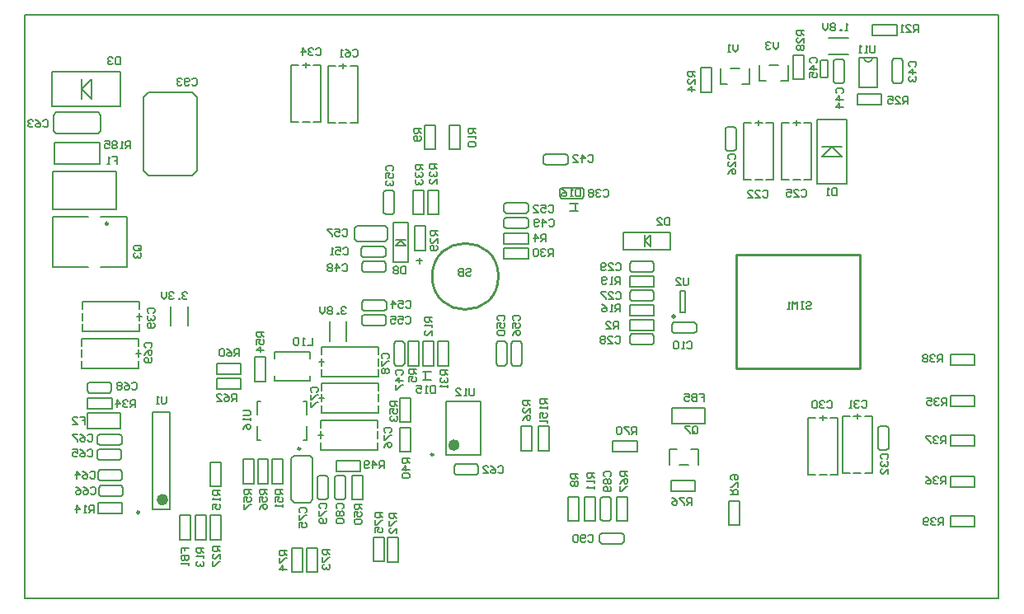
<source format=gbo>
%FSLAX25Y25*%
%MOIN*%
G70*
G01*
G75*
G04 Layer_Color=32896*
%ADD10C,0.02000*%
%ADD11C,0.03000*%
%ADD12R,0.01575X0.01181*%
%ADD13R,0.01181X0.01575*%
%ADD14O,0.05906X0.03150*%
%ADD15R,0.07087X0.03937*%
%ADD16C,0.03937*%
%ADD17R,0.02756X0.03347*%
%ADD18R,0.03347X0.02756*%
%ADD19R,0.03937X0.05906*%
%ADD20R,0.04724X0.03150*%
%ADD21R,0.02500X0.05906*%
%ADD22R,0.04803X0.02441*%
%ADD23R,0.04800X0.05600*%
%ADD24R,0.07480X0.11811*%
%ADD25O,0.06890X0.02362*%
%ADD26R,0.03937X0.05118*%
%ADD27R,0.08898X0.25590*%
%ADD28R,0.03937X0.02362*%
%ADD29R,0.04724X0.09843*%
%ADD30O,0.03937X0.01181*%
%ADD31R,0.03937X0.01181*%
%ADD32R,0.07874X0.07874*%
%ADD33R,0.10000X0.07000*%
%ADD34R,0.02362X0.03937*%
%ADD35R,0.07874X0.03937*%
%ADD36O,0.06693X0.01063*%
%ADD37R,0.06693X0.01063*%
%ADD38R,0.01063X0.06693*%
%ADD39O,0.03740X0.01378*%
%ADD40R,0.08661X0.16929*%
%ADD41R,0.07874X0.07874*%
%ADD42R,0.07087X0.07874*%
%ADD43R,0.02362X0.02362*%
%ADD44R,0.03150X0.02559*%
%ADD45R,0.03937X0.07087*%
%ADD46O,0.03150X0.05906*%
%ADD47O,0.01378X0.06693*%
%ADD48R,0.02362X0.02362*%
%ADD49R,0.13386X0.13386*%
%ADD50O,0.00984X0.03740*%
%ADD51O,0.03740X0.00984*%
%ADD52O,0.02362X0.07087*%
%ADD53O,0.07087X0.02362*%
%ADD54O,0.06299X0.02362*%
%ADD55R,0.00984X0.01575*%
%ADD56R,0.02362X0.01969*%
%ADD57R,0.00984X0.01299*%
G04:AMPARAMS|DCode=58|XSize=35.43mil|YSize=157.48mil|CornerRadius=1.77mil|HoleSize=0mil|Usage=FLASHONLY|Rotation=90.000|XOffset=0mil|YOffset=0mil|HoleType=Round|Shape=RoundedRectangle|*
%AMROUNDEDRECTD58*
21,1,0.03543,0.15394,0,0,90.0*
21,1,0.03189,0.15748,0,0,90.0*
1,1,0.00354,0.07697,0.01595*
1,1,0.00354,0.07697,-0.01595*
1,1,0.00354,-0.07697,-0.01595*
1,1,0.00354,-0.07697,0.01595*
%
%ADD58ROUNDEDRECTD58*%
%ADD59R,0.01200X0.01800*%
%ADD60R,0.01575X0.05906*%
%ADD61C,0.01000*%
%ADD62C,0.01200*%
%ADD63C,0.02500*%
%ADD64C,0.04000*%
%ADD65C,0.08000*%
%ADD66C,0.01500*%
%ADD67C,0.00800*%
%ADD68R,0.07500X0.15500*%
%ADD69R,0.07560X0.20391*%
%ADD70R,0.06000X0.09600*%
%ADD71R,0.06700X0.09800*%
%ADD72R,0.04200X0.18700*%
%ADD73R,0.08100X0.13300*%
%ADD74R,0.05700X0.21700*%
%ADD75R,0.18000X0.08400*%
%ADD76R,0.10500X0.06400*%
%ADD77R,0.16200X0.16000*%
%ADD78R,0.27300X0.16100*%
%ADD79R,0.06200X0.14700*%
%ADD80R,0.34969X0.11400*%
%ADD81R,0.06500X1.11800*%
%ADD82C,0.00500*%
%ADD83C,0.07874*%
%ADD84O,0.07874X0.11811*%
%ADD85R,0.07874X0.11811*%
%ADD86C,0.13780*%
%ADD87R,0.05906X0.05906*%
%ADD88C,0.05906*%
%ADD89R,0.07874X0.07874*%
G04:AMPARAMS|DCode=90|XSize=51.18mil|YSize=173.23mil|CornerRadius=2.56mil|HoleSize=0mil|Usage=FLASHONLY|Rotation=90.000|XOffset=0mil|YOffset=0mil|HoleType=Round|Shape=RoundedRectangle|*
%AMROUNDEDRECTD90*
21,1,0.05118,0.16811,0,0,90.0*
21,1,0.04606,0.17323,0,0,90.0*
1,1,0.00512,0.08406,0.02303*
1,1,0.00512,0.08406,-0.02303*
1,1,0.00512,-0.08406,-0.02303*
1,1,0.00512,-0.08406,0.02303*
%
%ADD90ROUNDEDRECTD90*%
%ADD91C,0.01969*%
%ADD92R,0.05315X0.07284*%
%ADD93C,0.04000*%
%ADD94C,0.02000*%
%ADD95C,0.03000*%
%ADD96C,0.05000*%
%ADD97C,0.02598*%
%ADD98C,0.01600*%
%ADD99C,0.07518*%
G04:AMPARAMS|DCode=100|XSize=111.181mil|YSize=111.181mil|CornerRadius=0mil|HoleSize=0mil|Usage=FLASHONLY|Rotation=0.000|XOffset=0mil|YOffset=0mil|HoleType=Round|Shape=Relief|Width=10mil|Gap=10mil|Entries=4|*
%AMTHD100*
7,0,0,0.11118,0.09118,0.01000,45*
%
%ADD100THD100*%
%ADD101C,0.07124*%
G04:AMPARAMS|DCode=102|XSize=107.244mil|YSize=107.244mil|CornerRadius=0mil|HoleSize=0mil|Usage=FLASHONLY|Rotation=0.000|XOffset=0mil|YOffset=0mil|HoleType=Round|Shape=Relief|Width=10mil|Gap=10mil|Entries=4|*
%AMTHD102*
7,0,0,0.10724,0.08724,0.01000,45*
%
%ADD102THD102*%
%ADD103C,0.04369*%
%ADD104C,0.11061*%
%ADD105C,0.05943*%
G04:AMPARAMS|DCode=106|XSize=95.433mil|YSize=95.433mil|CornerRadius=0mil|HoleSize=0mil|Usage=FLASHONLY|Rotation=0.000|XOffset=0mil|YOffset=0mil|HoleType=Round|Shape=Relief|Width=10mil|Gap=10mil|Entries=4|*
%AMTHD106*
7,0,0,0.09543,0.07543,0.01000,45*
%
%ADD106THD106*%
G04:AMPARAMS|DCode=107|XSize=79.685mil|YSize=79.685mil|CornerRadius=0mil|HoleSize=0mil|Usage=FLASHONLY|Rotation=0.000|XOffset=0mil|YOffset=0mil|HoleType=Round|Shape=Relief|Width=10mil|Gap=10mil|Entries=4|*
%AMTHD107*
7,0,0,0.07969,0.05969,0.01000,45*
%
%ADD107THD107*%
%ADD108C,0.06337*%
%ADD109C,0.05400*%
%ADD110C,0.03600*%
G04:AMPARAMS|DCode=111|XSize=72mil|YSize=72mil|CornerRadius=0mil|HoleSize=0mil|Usage=FLASHONLY|Rotation=0.000|XOffset=0mil|YOffset=0mil|HoleType=Round|Shape=Relief|Width=10mil|Gap=10mil|Entries=4|*
%AMTHD111*
7,0,0,0.07200,0.05200,0.01000,45*
%
%ADD111THD111*%
G04:AMPARAMS|DCode=112|XSize=80mil|YSize=80mil|CornerRadius=0mil|HoleSize=0mil|Usage=FLASHONLY|Rotation=0.000|XOffset=0mil|YOffset=0mil|HoleType=Round|Shape=Relief|Width=10mil|Gap=10mil|Entries=4|*
%AMTHD112*
7,0,0,0.08000,0.06000,0.01000,45*
%
%ADD112THD112*%
%ADD113C,0.04400*%
G04:AMPARAMS|DCode=114|XSize=99.37mil|YSize=99.37mil|CornerRadius=0mil|HoleSize=0mil|Usage=FLASHONLY|Rotation=0.000|XOffset=0mil|YOffset=0mil|HoleType=Round|Shape=Relief|Width=10mil|Gap=10mil|Entries=4|*
%AMTHD114*
7,0,0,0.09937,0.07937,0.01000,45*
%
%ADD114THD114*%
G04:AMPARAMS|DCode=115|XSize=72.992mil|YSize=72.992mil|CornerRadius=0mil|HoleSize=0mil|Usage=FLASHONLY|Rotation=0.000|XOffset=0mil|YOffset=0mil|HoleType=Round|Shape=Relief|Width=10mil|Gap=10mil|Entries=4|*
%AMTHD115*
7,0,0,0.07299,0.05299,0.01000,45*
%
%ADD115THD115*%
G04:AMPARAMS|DCode=116|XSize=68mil|YSize=68mil|CornerRadius=0mil|HoleSize=0mil|Usage=FLASHONLY|Rotation=0.000|XOffset=0mil|YOffset=0mil|HoleType=Round|Shape=Relief|Width=10mil|Gap=10mil|Entries=4|*
%AMTHD116*
7,0,0,0.06800,0.04800,0.01000,45*
%
%ADD116THD116*%
%ADD117C,0.05000*%
%ADD118C,0.06000*%
%ADD119R,0.08300X0.13500*%
%ADD120R,0.19700X0.09100*%
%ADD121R,0.09400X0.25200*%
%ADD122R,0.39000X0.13800*%
%ADD123R,0.06200X0.13300*%
%ADD124R,0.03347X0.01575*%
%ADD125R,0.03937X0.07087*%
%ADD126R,0.05118X0.13780*%
%ADD127R,0.08661X0.11024*%
%ADD128R,0.07000X0.10000*%
%ADD129R,0.19685X0.05118*%
%ADD130R,0.05500X0.02500*%
%ADD131R,0.01969X0.06299*%
%ADD132R,0.14410X0.07874*%
%ADD133R,0.01969X0.07874*%
%ADD134R,0.07087X0.03937*%
%ADD135R,0.03150X0.04724*%
%ADD136R,0.09843X0.01969*%
%ADD137O,0.08661X0.02362*%
%ADD138O,0.09843X0.02362*%
%ADD139O,0.01378X0.03740*%
%ADD140R,0.16929X0.08661*%
%ADD141R,0.03937X0.03150*%
%ADD142R,0.04843X0.02559*%
%ADD143R,0.08268X0.02756*%
%ADD144O,0.03543X0.01969*%
%ADD145O,0.03543X0.01969*%
%ADD146R,0.03543X0.01969*%
%ADD147R,0.07874X0.01969*%
%ADD148R,0.21349X0.07288*%
%ADD149R,0.14400X0.12900*%
%ADD150R,0.29900X0.09831*%
%ADD151R,0.11032X0.11400*%
%ADD152R,0.10000X0.37866*%
%ADD153R,0.16500X0.11800*%
%ADD154R,0.09800X0.45300*%
%ADD155R,0.05400X0.09900*%
%ADD156R,0.03600X0.06700*%
%ADD157R,0.20400X0.10800*%
%ADD158R,0.16400X0.04300*%
%ADD159R,0.04900X0.17100*%
%ADD160R,0.07600X0.08300*%
%ADD161R,0.08900X0.10200*%
%ADD162R,0.08600X0.09700*%
%ADD163R,0.17500X0.06700*%
%ADD164R,0.08965X0.03474*%
%ADD165R,0.29300X0.15600*%
%ADD166R,0.14700X0.03700*%
%ADD167R,0.07300X0.37900*%
%ADD168R,0.26931X0.16000*%
%ADD169R,0.48700X0.11300*%
%ADD170C,0.00700*%
%ADD171C,0.00984*%
%ADD172C,0.02362*%
%ADD173C,0.00300*%
%ADD174C,0.00600*%
%ADD175C,0.00787*%
%ADD176R,0.05417X0.06634*%
%ADD177R,0.02375X0.01981*%
%ADD178R,0.01981X0.02375*%
%ADD179O,0.06706X0.03950*%
%ADD180R,0.07887X0.04737*%
%ADD181C,0.04737*%
%ADD182R,0.03556X0.04147*%
%ADD183R,0.04147X0.03556*%
%ADD184R,0.04737X0.06706*%
%ADD185R,0.05524X0.03950*%
%ADD186R,0.03300X0.06706*%
%ADD187R,0.05603X0.03241*%
%ADD188R,0.05600X0.06400*%
%ADD189R,0.08280X0.12611*%
%ADD190O,0.07690X0.03162*%
%ADD191R,0.04737X0.05918*%
%ADD192R,0.09698X0.26391*%
%ADD193R,0.04737X0.03162*%
%ADD194R,0.05524X0.10642*%
%ADD195O,0.04737X0.01981*%
%ADD196R,0.04737X0.01981*%
%ADD197R,0.08674X0.08674*%
%ADD198R,0.10800X0.07800*%
%ADD199R,0.03162X0.04737*%
%ADD200R,0.08674X0.04737*%
%ADD201O,0.07493X0.01863*%
%ADD202R,0.07493X0.01863*%
%ADD203R,0.01863X0.07493*%
%ADD204O,0.04540X0.02178*%
%ADD205R,0.09461X0.17729*%
%ADD206R,0.08674X0.08674*%
%ADD207R,0.07887X0.08674*%
%ADD208R,0.03162X0.03162*%
%ADD209R,0.03950X0.03359*%
%ADD210R,0.04737X0.07887*%
%ADD211O,0.03950X0.06706*%
%ADD212O,0.02178X0.07493*%
%ADD213R,0.03162X0.03162*%
%ADD214R,0.14186X0.14186*%
%ADD215O,0.01784X0.04540*%
%ADD216O,0.04540X0.01784*%
%ADD217O,0.03162X0.07887*%
%ADD218O,0.07887X0.03162*%
%ADD219O,0.07099X0.03162*%
%ADD220R,0.01784X0.02375*%
%ADD221R,0.03162X0.02769*%
%ADD222R,0.01784X0.02099*%
G04:AMPARAMS|DCode=223|XSize=39.37mil|YSize=161.42mil|CornerRadius=1.97mil|HoleSize=0mil|Usage=FLASHONLY|Rotation=90.000|XOffset=0mil|YOffset=0mil|HoleType=Round|Shape=RoundedRectangle|*
%AMROUNDEDRECTD223*
21,1,0.03937,0.15748,0,0,90.0*
21,1,0.03543,0.16142,0,0,90.0*
1,1,0.00394,0.07874,0.01772*
1,1,0.00394,0.07874,-0.01772*
1,1,0.00394,-0.07874,-0.01772*
1,1,0.00394,-0.07874,0.01772*
%
%ADD223ROUNDEDRECTD223*%
%ADD224R,0.02000X0.02600*%
%ADD225R,0.02375X0.06706*%
%ADD226C,0.08674*%
%ADD227O,0.08674X0.12611*%
%ADD228R,0.08674X0.12611*%
%ADD229C,0.14579*%
%ADD230R,0.06706X0.06706*%
%ADD231C,0.06706*%
%ADD232R,0.08674X0.08674*%
G04:AMPARAMS|DCode=233|XSize=55.12mil|YSize=177.16mil|CornerRadius=2.76mil|HoleSize=0mil|Usage=FLASHONLY|Rotation=90.000|XOffset=0mil|YOffset=0mil|HoleType=Round|Shape=RoundedRectangle|*
%AMROUNDEDRECTD233*
21,1,0.05512,0.17165,0,0,90.0*
21,1,0.04961,0.17716,0,0,90.0*
1,1,0.00551,0.08583,0.02480*
1,1,0.00551,0.08583,-0.02480*
1,1,0.00551,-0.08583,-0.02480*
1,1,0.00551,-0.08583,0.02480*
%
%ADD233ROUNDEDRECTD233*%
%ADD234C,0.02769*%
%ADD235R,0.06115X0.08083*%
%ADD236R,0.04147X0.02375*%
%ADD237R,0.04737X0.07887*%
%ADD238R,0.05918X0.14579*%
%ADD239R,0.09461X0.11824*%
%ADD240R,0.07800X0.10800*%
%ADD241R,0.20485X0.05918*%
%ADD242R,0.06300X0.03300*%
%ADD243R,0.02769X0.07099*%
%ADD244R,0.15210X0.08674*%
%ADD245R,0.02769X0.08674*%
%ADD246R,0.07887X0.04737*%
%ADD247R,0.03950X0.05524*%
%ADD248R,0.10642X0.02769*%
%ADD249O,0.09461X0.03162*%
%ADD250O,0.10642X0.03162*%
%ADD251O,0.02178X0.04540*%
%ADD252R,0.17729X0.09461*%
%ADD253R,0.04737X0.03950*%
%ADD254R,0.05643X0.03359*%
%ADD255R,0.09068X0.03556*%
%ADD256O,0.04343X0.02769*%
%ADD257O,0.04343X0.02769*%
%ADD258R,0.04343X0.02769*%
%ADD259R,0.08674X0.02769*%
%ADD260C,0.03398*%
D61*
X92815Y94900D02*
G03*
X92815Y94900I-583J0D01*
G01*
X-136521Y132400D02*
G03*
X-136521Y132400I-500J0D01*
G01*
X21317Y111050D02*
G03*
X21317Y111050I-13386J0D01*
G01*
X117400Y73800D02*
Y119900D01*
Y73800D02*
X167500D01*
Y119900D01*
X117400D02*
X167500D01*
D67*
X94932Y96469D02*
Y105131D01*
X96931D01*
Y96469D02*
Y105131D01*
X94932Y96469D02*
X96931D01*
X-147300Y78500D02*
Y81500D01*
Y74000D02*
Y77000D01*
Y83000D02*
Y86000D01*
X-124300Y74000D02*
Y77000D01*
Y83000D02*
Y86000D01*
X-147300D02*
X-124300D01*
X-147300Y74000D02*
X-124300D01*
X-125300Y80000D02*
X-123300D01*
X-124300Y78500D02*
Y81500D01*
X-147000Y93200D02*
Y96200D01*
Y88700D02*
Y91700D01*
Y97700D02*
Y100700D01*
X-124000Y88700D02*
Y91700D01*
Y97700D02*
Y100700D01*
X-147000D02*
X-124000D01*
X-147000Y88700D02*
X-124000D01*
X-125000Y94700D02*
X-123000D01*
X-124000Y93200D02*
Y96200D01*
X-50368Y45500D02*
Y48500D01*
X-51368Y47000D02*
X-49369D01*
X-50368Y53000D02*
X-27369D01*
X-50368Y41000D02*
X-27369D01*
X-50368D02*
Y44000D01*
Y50000D02*
Y53000D01*
X-27369Y41000D02*
Y44000D01*
Y50000D02*
Y53000D01*
Y45500D02*
Y48500D01*
X-50269Y60400D02*
Y63400D01*
X-51269Y61900D02*
X-49268D01*
X-50269Y67900D02*
X-27268D01*
X-50269Y55900D02*
X-27268D01*
X-50269D02*
Y58900D01*
Y64900D02*
Y67900D01*
X-27268Y55900D02*
Y58900D01*
Y64900D02*
Y67900D01*
Y60400D02*
Y63400D01*
X-50269Y74900D02*
Y77900D01*
X-51269Y76400D02*
X-49268D01*
X-50269Y82400D02*
X-27268D01*
X-50269Y70400D02*
X-27268D01*
X-50269D02*
Y73400D01*
Y79400D02*
Y82400D01*
X-27268Y70400D02*
Y73400D01*
Y79400D02*
Y82400D01*
Y74900D02*
Y77900D01*
X-57900Y173600D02*
X-54900D01*
X-53400D02*
X-50400D01*
X-62400D02*
X-59400D01*
X-53400Y196600D02*
X-50400D01*
X-62400D02*
X-59400D01*
X-62400Y173600D02*
Y196600D01*
X-50400Y173600D02*
Y196600D01*
X-56400Y195600D02*
Y197600D01*
X-57900Y196600D02*
X-54900D01*
X-43100Y173100D02*
X-40100D01*
X-38600D02*
X-35600D01*
X-47600D02*
X-44600D01*
X-38600Y196100D02*
X-35600D01*
X-47600D02*
X-44600D01*
X-47600Y173100D02*
Y196100D01*
X-35600Y173100D02*
Y196100D01*
X-41600Y195100D02*
Y197100D01*
X-43100Y196100D02*
X-40100D01*
X151031Y53900D02*
X154032D01*
X152532Y52900D02*
Y54900D01*
X158531Y30900D02*
Y53900D01*
X146531Y30900D02*
Y53900D01*
X149531D01*
X155532D02*
X158531D01*
X146531Y30900D02*
X149531D01*
X155532D02*
X158531D01*
X151031D02*
X154032D01*
X164931Y54400D02*
X167931D01*
X166431Y53400D02*
Y55400D01*
X172432Y31400D02*
Y54400D01*
X160432Y31400D02*
Y54400D01*
X163432D01*
X169431D02*
X172432D01*
X160432Y31400D02*
X163432D01*
X169431D02*
X172432D01*
X164931D02*
X167931D01*
X125031Y173300D02*
X128032D01*
X126532Y172300D02*
Y174300D01*
X132531Y150300D02*
Y173300D01*
X120531Y150300D02*
Y173300D01*
X123531D01*
X129532D02*
X132531D01*
X120531Y150300D02*
X123531D01*
X129532D02*
X132531D01*
X125031D02*
X128032D01*
X140331Y173300D02*
X143332D01*
X141832Y172300D02*
Y174300D01*
X147831Y150300D02*
Y173300D01*
X135831Y150300D02*
Y173300D01*
X138831D01*
X144832D02*
X147831D01*
X135831Y150300D02*
X138831D01*
X144832D02*
X147831D01*
X140331D02*
X143332D01*
D82*
X169065Y199562D02*
G03*
X172609Y199562I1772J0D01*
G01*
X-9165Y72375D02*
X-5779D01*
X-9165Y69225D02*
X-5779D01*
X-8243Y69501D02*
Y72099D01*
X50079Y137525D02*
X53465D01*
X50079Y140675D02*
X53465D01*
X52543Y137801D02*
Y140399D01*
X-8634Y172274D02*
X-4303D01*
X-8634Y162432D02*
X-4303D01*
X-8634D02*
Y172274D01*
X-4303Y162432D02*
Y172274D01*
X1366D02*
X5697D01*
X1366Y162432D02*
X5697D01*
X1366D02*
Y172274D01*
X5697Y162432D02*
Y172274D01*
X20366Y75713D02*
Y83981D01*
X21154Y84768D02*
X23910D01*
X21154Y74926D02*
X23910D01*
X24697Y75713D02*
Y83981D01*
X23910Y74926D02*
X24697Y75713D01*
X20366D02*
X21154Y74926D01*
X20366Y83981D02*
X21154Y84768D01*
X23910D02*
X24697Y83981D01*
X26466Y75713D02*
Y83981D01*
X27254Y84768D02*
X30009D01*
X27254Y74926D02*
X30009D01*
X30797Y75713D02*
Y83981D01*
X30009Y74926D02*
X30797Y75713D01*
X26466D02*
X27254Y74926D01*
X26466Y83981D02*
X27254Y84768D01*
X30009D02*
X30797Y83981D01*
X213874Y9735D02*
Y14065D01*
X204031Y9735D02*
Y14065D01*
X213874D01*
X204031Y9735D02*
X213874D01*
Y25835D02*
Y30165D01*
X204031Y25835D02*
Y30165D01*
X213874D01*
X204031Y25835D02*
X213874D01*
Y42435D02*
Y46765D01*
X204031Y42435D02*
Y46765D01*
X213874D01*
X204031Y42435D02*
X213874D01*
Y58635D02*
Y62965D01*
X204031Y58635D02*
Y62965D01*
X213874D01*
X204031Y58635D02*
X213874D01*
Y75035D02*
Y79365D01*
X204031Y75035D02*
Y79365D01*
X213874D01*
X204031Y75035D02*
X213874D01*
X91026Y28665D02*
X100868D01*
X91026Y24335D02*
X100868D01*
Y28665D01*
X91026Y24335D02*
Y28665D01*
X-139455Y169950D02*
Y176250D01*
X-158550Y169950D02*
Y176250D01*
X-140636Y177431D02*
X-139455Y176250D01*
X-140636Y168769D02*
X-139455Y169950D01*
X-158550D02*
X-157369Y168769D01*
X-158550Y176250D02*
X-157369Y177431D01*
Y168769D02*
X-140636D01*
X-157369Y177431D02*
X-140636D01*
X-158853Y138223D02*
Y153577D01*
X-133263Y138223D02*
Y153577D01*
X-158853D02*
X-133263D01*
X-158853Y138223D02*
X-133263D01*
X-139744Y156669D02*
Y165331D01*
X-158051Y156669D02*
Y165331D01*
Y156669D02*
X-139744D01*
X-158051Y165331D02*
X-139744D01*
X-147130Y186900D02*
X-143193Y182963D01*
X-147130Y186900D02*
X-143193Y190837D01*
Y182963D02*
Y190837D01*
X-159335Y193987D02*
X-131382D01*
X-159335Y179813D02*
X-131382D01*
X-147130Y182963D02*
Y190837D01*
X-131382Y179813D02*
Y193987D01*
X-159335Y179813D02*
Y193987D01*
X-122095Y183475D02*
X-120127Y185443D01*
X-102410D02*
X-100442Y183475D01*
X-122095Y153947D02*
X-120127Y151979D01*
Y185443D02*
X-102410D01*
X-120127Y151979D02*
X-102410D01*
X-100442Y153947D02*
Y183475D01*
X-122095Y153947D02*
Y183475D01*
X-102410Y151979D02*
X-100442Y153947D01*
X-158978Y114762D02*
X-144411D01*
X-139490D02*
X-128860D01*
X-158978D02*
Y135038D01*
X-144411D01*
X-128860Y114762D02*
Y135038D01*
X-139490D02*
X-128860D01*
X-92642Y71535D02*
Y75865D01*
X-82800Y71535D02*
Y75865D01*
X-92642Y71535D02*
X-82800D01*
X-92642Y75865D02*
X-82800D01*
X4219Y35065D02*
X12487D01*
X13274Y31522D02*
Y34278D01*
X3432Y31522D02*
Y34278D01*
X4219Y30735D02*
X12487D01*
X3432Y31522D02*
X4219Y30735D01*
X3432Y34278D02*
X4219Y35065D01*
X12487D02*
X13274Y34278D01*
X12487Y30735D02*
X13274Y31522D01*
X-61218Y19555D02*
X-54919D01*
X-61218Y38650D02*
X-54919D01*
Y19555D02*
X-53738Y20736D01*
X-62399D02*
X-61218Y19555D01*
X-62399Y37468D02*
X-61218Y38650D01*
X-54919D02*
X-53738Y37468D01*
X-62399Y20736D02*
Y37468D01*
X-53738Y20736D02*
Y37468D01*
X-47603Y21619D02*
Y29887D01*
X-51146Y20831D02*
X-48391D01*
X-51146Y30674D02*
X-48391D01*
X-51934Y21619D02*
Y29887D01*
X-51146Y30674D01*
X-48391D02*
X-47603Y29887D01*
X-48391Y20831D02*
X-47603Y21619D01*
X-51934D02*
X-51146Y20831D01*
X-40503Y21619D02*
Y29887D01*
X-44046Y20831D02*
X-41291D01*
X-44046Y30674D02*
X-41291D01*
X-44834Y21619D02*
Y29887D01*
X-44046Y30674D01*
X-41291D02*
X-40503Y29887D01*
X-41291Y20831D02*
X-40503Y21619D01*
X-44834D02*
X-44046Y20831D01*
X-107465Y4626D02*
X-103135D01*
X-107465Y14469D02*
X-103135D01*
Y4626D02*
Y14469D01*
X-107465Y4626D02*
Y14469D01*
X-95265Y35874D02*
X-90935D01*
X-95265Y26032D02*
X-90935D01*
X-95265D02*
Y35874D01*
X-90935Y26032D02*
Y35874D01*
X-44243Y32235D02*
Y36565D01*
X-34400Y32235D02*
Y36565D01*
X-44243Y32235D02*
X-34400D01*
X-44243Y36565D02*
X-34400D01*
X-37734Y30674D02*
X-33403D01*
X-37734Y20831D02*
X-33403D01*
X-37734D02*
Y30674D01*
X-33403Y20831D02*
Y30674D01*
X-70034Y37069D02*
X-65703D01*
X-70034Y27226D02*
X-65703D01*
X-70034D02*
Y37069D01*
X-65703Y27226D02*
Y37069D01*
X-76009Y27226D02*
X-71678D01*
X-76009Y37069D02*
X-71678D01*
Y27226D02*
Y37069D01*
X-76009Y27226D02*
Y37069D01*
X-81984Y27226D02*
X-77653D01*
X-81984Y37069D02*
X-77653D01*
Y27226D02*
Y37069D01*
X-81984Y27226D02*
Y37069D01*
X-23365Y-4374D02*
X-19035D01*
X-23365Y5469D02*
X-19035D01*
Y-4374D02*
Y5469D01*
X-23365Y-4374D02*
Y5469D01*
X-56209Y-8591D02*
X-51878D01*
X-56209Y1252D02*
X-51878D01*
Y-8591D02*
Y1252D01*
X-56209Y-8591D02*
Y1252D01*
X-62300Y-8613D02*
X-57969D01*
X-62300Y1229D02*
X-57969D01*
Y-8613D02*
Y1229D01*
X-62300Y-8613D02*
Y1229D01*
X-29265Y-4174D02*
X-24935D01*
X-29265Y5669D02*
X-24935D01*
Y-4174D02*
Y5669D01*
X-29265Y-4174D02*
Y5669D01*
X-95165Y4626D02*
X-90835D01*
X-95165Y14469D02*
X-90835D01*
Y4626D02*
Y14469D01*
X-95165Y4626D02*
Y14469D01*
X-101315D02*
X-96985D01*
X-101315Y4626D02*
X-96985D01*
X-101315D02*
Y14469D01*
X-96985Y4626D02*
Y14469D01*
X-144769Y57535D02*
X-134926D01*
X-144769Y61865D02*
X-134926D01*
X-144769Y57535D02*
Y61865D01*
X-134926Y57535D02*
Y61865D01*
X-144830Y49550D02*
Y55850D01*
X-131444Y49550D02*
Y55850D01*
X-143846Y49550D02*
Y49550D01*
X-144830Y55850D02*
X-131444D01*
X-144830Y49550D02*
X-131444D01*
X-16603Y75713D02*
Y83981D01*
X-20146Y74926D02*
X-17391D01*
X-20146Y84768D02*
X-17391D01*
X-20934Y75713D02*
Y83981D01*
X-20146Y84768D01*
X-17391D02*
X-16603Y83981D01*
X-17391Y74926D02*
X-16603Y75713D01*
X-20934D02*
X-20146Y74926D01*
X-33155Y112735D02*
X-24887D01*
X-33942Y113522D02*
Y116278D01*
X-24100Y113522D02*
Y116278D01*
X-33155Y117065D02*
X-24887D01*
X-24100Y116278D01*
X-24887Y112735D02*
X-24100Y113522D01*
X-33942D02*
X-33155Y112735D01*
X-33942Y116278D02*
X-33155Y117065D01*
X24350Y134865D02*
X32618D01*
X33406Y131322D02*
Y134078D01*
X23563Y131322D02*
Y134078D01*
X24350Y130535D02*
X32618D01*
X23563Y131322D02*
X24350Y130535D01*
X23563Y134078D02*
X24350Y134865D01*
X32618D02*
X33406Y134078D01*
X32618Y130535D02*
X33406Y131322D01*
X-33350Y123065D02*
X-25082D01*
X-24295Y119522D02*
Y122278D01*
X-34137Y119522D02*
Y122278D01*
X-33350Y118735D02*
X-25082D01*
X-34137Y119522D02*
X-33350Y118735D01*
X-34137Y122278D02*
X-33350Y123065D01*
X-25082D02*
X-24295Y122278D01*
X-25082Y118735D02*
X-24295Y119522D01*
X24350Y140965D02*
X32618D01*
X33406Y137422D02*
Y140178D01*
X23563Y137422D02*
Y140178D01*
X24350Y136635D02*
X32618D01*
X23563Y137422D02*
X24350Y136635D01*
X23563Y140178D02*
X24350Y140965D01*
X32618D02*
X33406Y140178D01*
X32618Y136635D02*
X33406Y137422D01*
X-20703Y136913D02*
Y145181D01*
X-24246Y136126D02*
X-21490D01*
X-24246Y145968D02*
X-21490D01*
X-25034Y136913D02*
Y145181D01*
X-24246Y145968D01*
X-21490D02*
X-20703Y145181D01*
X-21490Y136126D02*
X-20703Y136913D01*
X-25034D02*
X-24246Y136126D01*
X-33050Y101365D02*
X-24782D01*
X-23994Y97822D02*
Y100578D01*
X-33837Y97822D02*
Y100578D01*
X-33050Y97035D02*
X-24782D01*
X-33837Y97822D02*
X-33050Y97035D01*
X-33837Y100578D02*
X-33050Y101365D01*
X-24782D02*
X-23994Y100578D01*
X-24782Y97035D02*
X-23994Y97822D01*
X-33150Y95465D02*
X-24882D01*
X-24094Y91922D02*
Y94678D01*
X-33937Y91922D02*
Y94678D01*
X-33150Y91135D02*
X-24882D01*
X-33937Y91922D02*
X-33150Y91135D01*
X-33937Y94678D02*
X-33150Y95465D01*
X-24882D02*
X-24094Y94678D01*
X-24882Y91135D02*
X-24094Y91922D01*
X-36898Y126135D02*
X-35914Y125150D01*
Y125150D02*
Y125150D01*
X-36898Y130465D02*
X-35914Y131450D01*
X-24497Y125150D02*
X-23513Y126135D01*
X-24497Y131450D02*
X-23513Y130465D01*
Y126135D02*
Y130465D01*
X-35914Y131450D02*
X-24497D01*
X-36898Y126135D02*
Y130465D01*
X-35914Y125150D02*
X-24497D01*
X-139881Y32765D02*
X-131613D01*
X-130826Y29222D02*
Y31978D01*
X-140668Y29222D02*
Y31978D01*
X-139881Y28435D02*
X-131613D01*
X-140668Y29222D02*
X-139881Y28435D01*
X-140668Y31978D02*
X-139881Y32765D01*
X-131613D02*
X-130826Y31978D01*
X-131613Y28435D02*
X-130826Y29222D01*
X-140081Y41165D02*
X-131813D01*
X-131026Y37622D02*
Y40378D01*
X-140868Y37622D02*
Y40378D01*
X-140081Y36835D02*
X-131813D01*
X-140868Y37622D02*
X-140081Y36835D01*
X-140868Y40378D02*
X-140081Y41165D01*
X-131813D02*
X-131026Y40378D01*
X-131813Y36835D02*
X-131026Y37622D01*
X-139487Y22035D02*
X-131219D01*
X-140274Y22822D02*
Y25578D01*
X-130431Y22822D02*
Y25578D01*
X-139487Y26365D02*
X-131219D01*
X-130431Y25578D01*
X-131219Y22035D02*
X-130431Y22822D01*
X-140274D02*
X-139487Y22035D01*
X-140274Y25578D02*
X-139487Y26365D01*
X-139987Y42835D02*
X-131719D01*
X-140774Y43622D02*
Y46378D01*
X-130931Y43622D02*
Y46378D01*
X-139987Y47165D02*
X-131719D01*
X-130931Y46378D01*
X-131719Y42835D02*
X-130931Y43622D01*
X-140774D02*
X-139987Y42835D01*
X-140774Y46378D02*
X-139987Y47165D01*
X-144081Y68265D02*
X-135813D01*
X-135026Y64722D02*
Y67478D01*
X-144869Y64722D02*
Y67478D01*
X-144081Y63935D02*
X-135813D01*
X-144869Y64722D02*
X-144081Y63935D01*
X-144869Y67478D02*
X-144081Y68265D01*
X-135813D02*
X-135026Y67478D01*
X-135813Y63935D02*
X-135026Y64722D01*
X-69200Y68689D02*
Y70900D01*
X-54900Y68689D02*
Y71000D01*
X-69200Y77900D02*
Y80500D01*
X-54900Y78000D02*
Y80500D01*
X-69200Y68689D02*
X-54900D01*
X-69200Y80500D02*
X-54900D01*
X23563Y124035D02*
Y128365D01*
X33406Y124035D02*
Y128365D01*
X23563Y124035D02*
X33406D01*
X23563Y128365D02*
X33406D01*
X-15034Y74926D02*
X-10703D01*
X-15034Y84768D02*
X-10703D01*
Y74926D02*
Y84768D01*
X-15034Y74926D02*
Y84768D01*
X-9134D02*
X-4803D01*
X-9134Y74926D02*
X-4803D01*
X-9134D02*
Y84768D01*
X-4803Y74926D02*
Y84768D01*
X-130726Y15235D02*
Y19565D01*
X-140568Y15235D02*
Y19565D01*
X-130726D01*
X-140568Y15235D02*
X-130726D01*
X30535Y50500D02*
X34865D01*
X30535Y40657D02*
X34865D01*
X30535D02*
Y50500D01*
X34865Y40657D02*
Y50500D01*
X-12365Y121526D02*
X-8035D01*
X-12365Y131369D02*
X-8035D01*
Y121526D02*
Y131369D01*
X-12365Y121526D02*
Y131369D01*
X23563Y118135D02*
Y122465D01*
X33406Y118135D02*
Y122465D01*
X23563Y118135D02*
X33406D01*
X23563Y122465D02*
X33406D01*
X-3234Y74926D02*
X1097D01*
X-3234Y84768D02*
X1097D01*
Y74926D02*
Y84768D01*
X-3234Y74926D02*
Y84768D01*
X-7034Y136126D02*
X-2703D01*
X-7034Y145968D02*
X-2703D01*
Y136126D02*
Y145968D01*
X-7034Y136126D02*
Y145968D01*
X-13034Y136126D02*
X-8703D01*
X-13034Y145968D02*
X-8703D01*
Y136126D02*
Y145968D01*
X-13034Y136126D02*
Y145968D01*
X-18465Y50006D02*
X-14135D01*
X-18465Y40163D02*
X-14135D01*
X-18465D02*
Y50006D01*
X-14135Y40163D02*
Y50006D01*
X-18365Y52157D02*
X-14035D01*
X-18365Y62000D02*
X-14035D01*
Y52157D02*
Y62000D01*
X-18365Y52157D02*
Y62000D01*
X-77065Y78374D02*
X-72735D01*
X-77065Y68532D02*
X-72735D01*
X-77065D02*
Y78374D01*
X-72735Y68532D02*
Y78374D01*
X-92542Y65535D02*
Y69865D01*
X-82700Y65535D02*
Y69865D01*
X-92542Y65535D02*
X-82700D01*
X-92542Y69865D02*
X-82700D01*
X-76011Y55064D02*
Y60674D01*
X-56326Y44926D02*
Y50536D01*
X-57669Y44926D02*
X-56326D01*
X-76011D02*
Y50536D01*
Y44926D02*
X-74968D01*
X-76011Y60674D02*
X-74968D01*
X-56326Y55064D02*
Y60674D01*
X-57669D02*
X-56326D01*
X-20137Y123443D02*
X-18169Y125412D01*
X-16200Y123443D01*
X-20137D02*
X-16200D01*
X-20137Y125805D02*
X-16200D01*
X-21318Y116947D02*
X-15019D01*
X-21318D02*
Y132695D01*
X-21318D02*
X-15019D01*
Y116947D02*
Y132695D01*
X90389Y41073D02*
X93342D01*
X99247D02*
X102200D01*
X94523Y34774D02*
X98066D01*
X90389D02*
Y41073D01*
X102200Y34774D02*
Y41073D01*
X91470Y51550D02*
Y57850D01*
X104856Y51550D02*
Y57850D01*
X92454Y51550D02*
Y51550D01*
X91470Y57850D02*
X104856D01*
X91470Y51550D02*
X104856D01*
X66176Y21974D02*
X66963Y21187D01*
X62633D02*
X63420Y21974D01*
X62633Y12919D02*
X63420Y12132D01*
X66176D02*
X66963Y12919D01*
Y21187D01*
X63420Y12132D02*
X66176D01*
X63420Y21974D02*
X66176D01*
X62633Y12919D02*
Y21187D01*
X71320Y2914D02*
X72108Y3702D01*
X71320Y7245D02*
X72108Y6458D01*
X62265D02*
X63053Y7245D01*
X62265Y3702D02*
X63053Y2914D01*
X71320D01*
X62265Y3702D02*
Y6458D01*
X72108Y3702D02*
Y6458D01*
X63053Y7245D02*
X71320D01*
X178997Y41613D02*
Y49881D01*
X175453Y40826D02*
X178209D01*
X175453Y50669D02*
X178209D01*
X174666Y41613D02*
Y49881D01*
X175453Y50669D01*
X178209D02*
X178997Y49881D01*
X178209Y40826D02*
X178997Y41613D01*
X174666D02*
X175453Y40826D01*
X49566Y12132D02*
X53897D01*
X49566Y21974D02*
X53897D01*
Y12132D02*
Y21974D01*
X49566Y12132D02*
Y21974D01*
X56099Y12132D02*
X60430D01*
X56099Y21974D02*
X60430D01*
Y12132D02*
Y21974D01*
X56099Y12132D02*
Y21974D01*
X69166Y12132D02*
X73497D01*
X69166Y21974D02*
X73497D01*
Y12132D02*
Y21974D01*
X69166Y12132D02*
Y21974D01*
X77411Y40135D02*
Y44465D01*
X67568Y40135D02*
Y44465D01*
X77411D01*
X67568Y40135D02*
X77411D01*
X114535Y20274D02*
X118865D01*
X114535Y10431D02*
X118865D01*
X114535D02*
Y20274D01*
X118865Y10431D02*
Y20274D01*
X37335Y40657D02*
X41665D01*
X37335Y50500D02*
X41665D01*
Y40657D02*
Y50500D01*
X37335Y40657D02*
Y50500D01*
X40387Y156198D02*
X48655D01*
X39600Y156985D02*
Y159741D01*
X49442Y156985D02*
Y159741D01*
X40387Y160528D02*
X48655D01*
X49442Y159741D01*
X48655Y156198D02*
X49442Y156985D01*
X39600D02*
X40387Y156198D01*
X39600Y159741D02*
X40387Y160528D01*
X46913Y142672D02*
X55181D01*
X46126Y143459D02*
Y146215D01*
X55968Y143459D02*
Y146215D01*
X46913Y147002D02*
X55181D01*
X55968Y146215D01*
X55181Y142672D02*
X55968Y143459D01*
X46126D02*
X46913Y142672D01*
X46126Y146215D02*
X46913Y147002D01*
X75145Y87765D02*
X83413D01*
X84200Y84222D02*
Y86978D01*
X74357Y84222D02*
Y86978D01*
X75145Y83435D02*
X83413D01*
X74357Y84222D02*
X75145Y83435D01*
X74357Y86978D02*
X75145Y87765D01*
X83413D02*
X84200Y86978D01*
X83413Y83435D02*
X84200Y84222D01*
X74357Y89295D02*
Y93625D01*
X84200Y89295D02*
Y93625D01*
X74357Y89295D02*
X84200D01*
X74357Y93625D02*
X84200D01*
X74357Y95155D02*
Y99485D01*
X84200Y95155D02*
Y99485D01*
X74357Y95155D02*
X84200D01*
X74357Y99485D02*
X84200D01*
X75145Y105345D02*
X83413D01*
X84200Y101802D02*
Y104558D01*
X74357Y101802D02*
Y104558D01*
X75145Y101015D02*
X83413D01*
X74357Y101802D02*
X75145Y101015D01*
X74357Y104558D02*
X75145Y105345D01*
X83413D02*
X84200Y104558D01*
X83413Y101015D02*
X84200Y101802D01*
X74357Y106875D02*
Y111205D01*
X84200Y106875D02*
Y111205D01*
X74357Y106875D02*
X84200D01*
X74357Y111205D02*
X84200D01*
X75145Y117065D02*
X83413D01*
X84200Y113522D02*
Y116278D01*
X74357Y113522D02*
Y116278D01*
X75145Y112735D02*
X83413D01*
X74357Y113522D02*
X75145Y112735D01*
X74357Y116278D02*
X75145Y117065D01*
X83413D02*
X84200Y116278D01*
X83413Y112735D02*
X84200Y113522D01*
X92319Y92365D02*
X100587D01*
X101374Y88822D02*
Y91578D01*
X91531Y88822D02*
Y91578D01*
X92319Y88035D02*
X100587D01*
X91531Y88822D02*
X92319Y88035D01*
X91531Y91578D02*
X92319Y92365D01*
X100587D02*
X101374Y91578D01*
X100587Y88035D02*
X101374Y88822D01*
X117365Y162613D02*
Y170881D01*
X113822Y161826D02*
X116578D01*
X113822Y171669D02*
X116578D01*
X113035Y162613D02*
Y170881D01*
X113822Y171669D01*
X116578D02*
X117365Y170881D01*
X116578Y161826D02*
X117365Y162613D01*
X113035D02*
X113822Y161826D01*
X150226Y148466D02*
X162037D01*
X150226D02*
Y174450D01*
X162037D01*
Y148466D02*
Y174450D01*
X152194Y159489D02*
X160069D01*
X152194Y163426D02*
X160069D01*
X156131D02*
X160069Y159489D01*
X152194D02*
X156131Y163426D01*
X103035Y185526D02*
X107365D01*
X103035Y195369D02*
X107365D01*
Y185526D02*
Y195369D01*
X103035Y185526D02*
Y195369D01*
X111031Y188832D02*
Y195132D01*
X122843Y188832D02*
Y195132D01*
X115165D02*
X118709D01*
X111031Y188832D02*
X113984D01*
X119890D02*
X122843D01*
X126663Y190132D02*
Y196432D01*
X138474Y190132D02*
Y196432D01*
X130797D02*
X134340D01*
X126663Y190132D02*
X129616D01*
X135521D02*
X138474D01*
X140435Y190726D02*
X144765D01*
X140435Y200569D02*
X144765D01*
Y190726D02*
Y200569D01*
X140435Y190726D02*
Y200569D01*
X151425Y198218D02*
X151425D01*
X151819Y191525D02*
X154181D01*
X151425Y191919D02*
Y198218D01*
X151819Y198612D02*
X154181D01*
X154575Y191919D02*
Y198218D01*
X154181Y191525D02*
X154181D01*
X154575Y191919D01*
X151819Y191525D02*
Y191525D01*
X151425Y191919D02*
X151819Y191525D01*
X154181Y198612D02*
Y198612D01*
Y198612D02*
X154575Y198218D01*
X151819Y198612D02*
Y198612D01*
X151425Y198218D02*
X151819Y198612D01*
X156866Y189919D02*
Y198187D01*
X157653Y198974D02*
X160409D01*
X157653Y189131D02*
X160409D01*
X161197Y189919D02*
Y198187D01*
X160409Y189131D02*
X161197Y189919D01*
X156866D02*
X157653Y189131D01*
X156866Y198187D02*
X157653Y198974D01*
X160409D02*
X161197Y198187D01*
X172557Y208635D02*
Y212965D01*
X182400Y208635D02*
Y212965D01*
X172557Y208635D02*
X182400D01*
X172557Y212965D02*
X182400D01*
X167294Y187357D02*
Y199562D01*
Y187357D02*
X174380D01*
X167294Y199562D02*
X174380D01*
Y187357D02*
Y199562D01*
X180466Y190019D02*
Y198287D01*
X181254Y199074D02*
X184009D01*
X181254Y189232D02*
X184009D01*
X184797Y190019D02*
Y198287D01*
X184009Y189232D02*
X184797Y190019D01*
X180466D02*
X181254Y189232D01*
X180466Y198287D02*
X181254Y199074D01*
X184009D02*
X184797Y198287D01*
X166457Y180435D02*
Y184765D01*
X176300Y180435D02*
Y184765D01*
X166457Y180435D02*
X176300D01*
X166457Y184765D02*
X176300D01*
X80426Y125400D02*
X82788Y123038D01*
X80426Y125400D02*
X82788Y127762D01*
X80426Y123038D02*
Y127762D01*
X82788Y123038D02*
Y127762D01*
X90859Y121857D02*
Y128943D01*
X71961Y121857D02*
X90859D01*
X71961D02*
Y128943D01*
X90859D01*
X-4200Y66899D02*
Y63900D01*
X-5700D01*
X-6199Y64400D01*
Y66399D01*
X-5700Y66899D01*
X-4200D01*
X-7199Y63900D02*
X-8199D01*
X-7699D01*
Y66899D01*
X-7199Y66399D01*
X-11698Y66899D02*
X-9698D01*
Y65399D01*
X-10698Y65899D01*
X-11198D01*
X-11698Y65399D01*
Y64400D01*
X-11198Y63900D01*
X-10198D01*
X-9698Y64400D01*
X134466Y205870D02*
Y203871D01*
X133467Y202871D01*
X132467Y203871D01*
Y205870D01*
X131467Y205370D02*
X130967Y205870D01*
X129968D01*
X129468Y205370D01*
Y204870D01*
X129968Y204370D01*
X130468D01*
X129968D01*
X129468Y203871D01*
Y203371D01*
X129968Y202871D01*
X130967D01*
X131467Y203371D01*
X118006Y204879D02*
Y202879D01*
X117006Y201880D01*
X116006Y202879D01*
Y204879D01*
X115006Y201880D02*
X114007D01*
X114507D01*
Y204879D01*
X115006Y204379D01*
X173500Y204499D02*
Y202000D01*
X173000Y201500D01*
X172001D01*
X171501Y202000D01*
Y204499D01*
X170501Y201500D02*
X169501D01*
X170001D01*
Y204499D01*
X170501Y203999D01*
X168002Y201500D02*
X167002D01*
X167502D01*
Y204499D01*
X168002Y203999D01*
X162631Y210400D02*
X161632D01*
X162132D01*
Y213399D01*
X162631Y212899D01*
X160132Y210400D02*
Y210900D01*
X159633D01*
Y210400D01*
X160132D01*
X157633Y212899D02*
X157133Y213399D01*
X156134D01*
X155634Y212899D01*
Y212399D01*
X156134Y211899D01*
X155634Y211400D01*
Y210900D01*
X156134Y210400D01*
X157133D01*
X157633Y210900D01*
Y211400D01*
X157133Y211899D01*
X157633Y212399D01*
Y212899D01*
X157133Y211899D02*
X156134D01*
X154634Y213399D02*
Y211400D01*
X153634Y210400D01*
X152635Y211400D01*
Y213399D01*
X145801Y100299D02*
X146300Y100799D01*
X147300D01*
X147800Y100299D01*
Y99799D01*
X147300Y99300D01*
X146300D01*
X145801Y98800D01*
Y98300D01*
X146300Y97800D01*
X147300D01*
X147800Y98300D01*
X144801Y100799D02*
X143801D01*
X144301D01*
Y97800D01*
X144801D01*
X143801D01*
X142302D02*
Y100799D01*
X141302Y99799D01*
X140302Y100799D01*
Y97800D01*
X139303D02*
X138303D01*
X138803D01*
Y100799D01*
X139303Y100299D01*
X144900Y210600D02*
X141901D01*
Y209101D01*
X142401Y208601D01*
X143401D01*
X143900Y209101D01*
Y210600D01*
Y209600D02*
X144900Y208601D01*
Y205602D02*
Y207601D01*
X142901Y205602D01*
X142401D01*
X141901Y206101D01*
Y207101D01*
X142401Y207601D01*
Y204602D02*
X141901Y204102D01*
Y203102D01*
X142401Y202603D01*
X142901D01*
X143401Y203102D01*
X143900Y202603D01*
X144400D01*
X144900Y203102D01*
Y204102D01*
X144400Y204602D01*
X143900D01*
X143401Y204102D01*
X142901Y204602D01*
X142401D01*
X143401Y204102D02*
Y203102D01*
X186700Y180800D02*
Y183799D01*
X185201D01*
X184701Y183299D01*
Y182299D01*
X185201Y181800D01*
X186700D01*
X185700D02*
X184701Y180800D01*
X181702D02*
X183701D01*
X181702Y182799D01*
Y183299D01*
X182201Y183799D01*
X183201D01*
X183701Y183299D01*
X178703Y183799D02*
X180702D01*
Y182299D01*
X179702Y182799D01*
X179202D01*
X178703Y182299D01*
Y181300D01*
X179202Y180800D01*
X180202D01*
X180702Y181300D01*
X100900Y194000D02*
X97901D01*
Y192500D01*
X98401Y192001D01*
X99401D01*
X99900Y192500D01*
Y194000D01*
Y193000D02*
X100900Y192001D01*
Y189002D02*
Y191001D01*
X98901Y189002D01*
X98401D01*
X97901Y189501D01*
Y190501D01*
X98401Y191001D01*
X100900Y186502D02*
X97901D01*
X99401Y188002D01*
Y186003D01*
X191100Y210000D02*
Y212999D01*
X189601D01*
X189101Y212499D01*
Y211500D01*
X189601Y211000D01*
X191100D01*
X190100D02*
X189101Y210000D01*
X186102D02*
X188101D01*
X186102Y211999D01*
Y212499D01*
X186601Y212999D01*
X187601D01*
X188101Y212499D01*
X185102Y210000D02*
X184102D01*
X184602D01*
Y212999D01*
X185102Y212499D01*
X70600Y107900D02*
Y110899D01*
X69100D01*
X68601Y110399D01*
Y109399D01*
X69100Y108900D01*
X70600D01*
X69600D02*
X68601Y107900D01*
X67601D02*
X66601D01*
X67101D01*
Y110899D01*
X67601Y110399D01*
X65102Y108400D02*
X64602Y107900D01*
X63602D01*
X63102Y108400D01*
Y110399D01*
X63602Y110899D01*
X64602D01*
X65102Y110399D01*
Y109899D01*
X64602Y109399D01*
X63102D01*
X70600Y96800D02*
Y99799D01*
X69100D01*
X68601Y99299D01*
Y98299D01*
X69100Y97800D01*
X70600D01*
X69600D02*
X68601Y96800D01*
X67601D02*
X66601D01*
X67101D01*
Y99799D01*
X67601Y99299D01*
X63102Y99799D02*
X64102Y99299D01*
X65102Y98299D01*
Y97300D01*
X64602Y96800D01*
X63602D01*
X63102Y97300D01*
Y97800D01*
X63602Y98299D01*
X65102D01*
X69800Y89800D02*
Y92799D01*
X68300D01*
X67801Y92299D01*
Y91299D01*
X68300Y90800D01*
X69800D01*
X68800D02*
X67801Y89800D01*
X64802D02*
X66801D01*
X64802Y91799D01*
Y92299D01*
X65301Y92799D01*
X66301D01*
X66801Y92299D01*
X90632Y134699D02*
Y131700D01*
X89132D01*
X88632Y132200D01*
Y134199D01*
X89132Y134699D01*
X90632D01*
X85633Y131700D02*
X87633D01*
X85633Y133699D01*
Y134199D01*
X86133Y134699D01*
X87133D01*
X87633Y134199D01*
X158000Y146799D02*
Y143800D01*
X156500D01*
X156001Y144300D01*
Y146299D01*
X156500Y146799D01*
X158000D01*
X155001Y143800D02*
X154001D01*
X154501D01*
Y146799D01*
X155001Y146299D01*
X147801Y197401D02*
X147301Y197900D01*
Y198900D01*
X147801Y199400D01*
X149800D01*
X150300Y198900D01*
Y197900D01*
X149800Y197401D01*
X150300Y194901D02*
X147301D01*
X148801Y196401D01*
Y194402D01*
X147301Y191403D02*
Y193402D01*
X148801D01*
X148301Y192402D01*
Y191902D01*
X148801Y191403D01*
X149800D01*
X150300Y191902D01*
Y192902D01*
X149800Y193402D01*
X158201Y185101D02*
X157701Y185600D01*
Y186600D01*
X158201Y187100D01*
X160200D01*
X160700Y186600D01*
Y185600D01*
X160200Y185101D01*
X160700Y182601D02*
X157701D01*
X159201Y184101D01*
Y182102D01*
X160700Y179602D02*
X157701D01*
X159201Y181102D01*
Y179103D01*
X187801Y196001D02*
X187301Y196501D01*
Y197500D01*
X187801Y198000D01*
X189800D01*
X190300Y197500D01*
Y196501D01*
X189800Y196001D01*
X190300Y193501D02*
X187301D01*
X188801Y195001D01*
Y193002D01*
X187801Y192002D02*
X187301Y191502D01*
Y190502D01*
X187801Y190003D01*
X188301D01*
X188801Y190502D01*
Y191002D01*
Y190502D01*
X189300Y190003D01*
X189800D01*
X190300Y190502D01*
Y191502D01*
X189800Y192002D01*
X57601Y159699D02*
X58100Y160199D01*
X59100D01*
X59600Y159699D01*
Y157700D01*
X59100Y157200D01*
X58100D01*
X57601Y157700D01*
X55101Y157200D02*
Y160199D01*
X56601Y158700D01*
X54602D01*
X51603Y157200D02*
X53602D01*
X51603Y159199D01*
Y159699D01*
X52102Y160199D01*
X53102D01*
X53602Y159699D01*
X63801Y145799D02*
X64301Y146299D01*
X65300D01*
X65800Y145799D01*
Y143800D01*
X65300Y143300D01*
X64301D01*
X63801Y143800D01*
X62801Y145799D02*
X62301Y146299D01*
X61301D01*
X60802Y145799D01*
Y145299D01*
X61301Y144799D01*
X61801D01*
X61301D01*
X60802Y144300D01*
Y143800D01*
X61301Y143300D01*
X62301D01*
X62801Y143800D01*
X59802Y145799D02*
X59302Y146299D01*
X58302D01*
X57803Y145799D01*
Y145299D01*
X58302Y144799D01*
X57803Y144300D01*
Y143800D01*
X58302Y143300D01*
X59302D01*
X59802Y143800D01*
Y144300D01*
X59302Y144799D01*
X59802Y145299D01*
Y145799D01*
X59302Y144799D02*
X58302D01*
X68801Y115999D02*
X69301Y116499D01*
X70300D01*
X70800Y115999D01*
Y114000D01*
X70300Y113500D01*
X69301D01*
X68801Y114000D01*
X65802Y113500D02*
X67801D01*
X65802Y115499D01*
Y115999D01*
X66301Y116499D01*
X67301D01*
X67801Y115999D01*
X64802Y114000D02*
X64302Y113500D01*
X63302D01*
X62803Y114000D01*
Y115999D01*
X63302Y116499D01*
X64302D01*
X64802Y115999D01*
Y115499D01*
X64302Y114999D01*
X62803D01*
X68601Y86399D02*
X69100Y86899D01*
X70100D01*
X70600Y86399D01*
Y84400D01*
X70100Y83900D01*
X69100D01*
X68601Y84400D01*
X65602Y83900D02*
X67601D01*
X65602Y85899D01*
Y86399D01*
X66101Y86899D01*
X67101D01*
X67601Y86399D01*
X64602D02*
X64102Y86899D01*
X63102D01*
X62603Y86399D01*
Y85899D01*
X63102Y85400D01*
X62603Y84900D01*
Y84400D01*
X63102Y83900D01*
X64102D01*
X64602Y84400D01*
Y84900D01*
X64102Y85400D01*
X64602Y85899D01*
Y86399D01*
X64102Y85400D02*
X63102D01*
X68701Y104299D02*
X69200Y104799D01*
X70200D01*
X70700Y104299D01*
Y102300D01*
X70200Y101800D01*
X69200D01*
X68701Y102300D01*
X65702Y101800D02*
X67701D01*
X65702Y103799D01*
Y104299D01*
X66201Y104799D01*
X67201D01*
X67701Y104299D01*
X64702Y104799D02*
X62703D01*
Y104299D01*
X64702Y102300D01*
Y101800D01*
X114801Y158401D02*
X114301Y158900D01*
Y159900D01*
X114801Y160400D01*
X116800D01*
X117300Y159900D01*
Y158900D01*
X116800Y158401D01*
X117300Y155402D02*
Y157401D01*
X115301Y155402D01*
X114801D01*
X114301Y155901D01*
Y156901D01*
X114801Y157401D01*
X114301Y152403D02*
X114801Y153402D01*
X115800Y154402D01*
X116800D01*
X117300Y153902D01*
Y152902D01*
X116800Y152403D01*
X116300D01*
X115800Y152902D01*
Y154402D01*
X143701Y145799D02*
X144201Y146299D01*
X145200D01*
X145700Y145799D01*
Y143800D01*
X145200Y143300D01*
X144201D01*
X143701Y143800D01*
X140702Y143300D02*
X142701D01*
X140702Y145299D01*
Y145799D01*
X141201Y146299D01*
X142201D01*
X142701Y145799D01*
X137703Y146299D02*
X139702D01*
Y144799D01*
X138702Y145299D01*
X138202D01*
X137703Y144799D01*
Y143800D01*
X138202Y143300D01*
X139202D01*
X139702Y143800D01*
X128301Y145499D02*
X128800Y145999D01*
X129800D01*
X130300Y145499D01*
Y143500D01*
X129800Y143000D01*
X128800D01*
X128301Y143500D01*
X125302Y143000D02*
X127301D01*
X125302Y144999D01*
Y145499D01*
X125801Y145999D01*
X126801D01*
X127301Y145499D01*
X122303Y143000D02*
X124302D01*
X122303Y144999D01*
Y145499D01*
X122802Y145999D01*
X123802D01*
X124302Y145499D01*
X97501Y84199D02*
X98001Y84699D01*
X99000D01*
X99500Y84199D01*
Y82200D01*
X99000Y81700D01*
X98001D01*
X97501Y82200D01*
X96501Y81700D02*
X95501D01*
X96001D01*
Y84699D01*
X96501Y84199D01*
X94002D02*
X93502Y84699D01*
X92502D01*
X92002Y84199D01*
Y82200D01*
X92502Y81700D01*
X93502D01*
X94002Y82200D01*
Y84199D01*
X41100Y61400D02*
X38101D01*
Y59900D01*
X38601Y59401D01*
X39601D01*
X40100Y59900D01*
Y61400D01*
Y60400D02*
X41100Y59401D01*
Y58401D02*
Y57401D01*
Y57901D01*
X38101D01*
X38601Y58401D01*
X38101Y53902D02*
Y55902D01*
X39601D01*
X39101Y54902D01*
Y54402D01*
X39601Y53902D01*
X40600D01*
X41100Y54402D01*
Y55402D01*
X40600Y55902D01*
X41100Y52903D02*
Y51903D01*
Y52403D01*
X38101D01*
X38601Y52903D01*
X115200Y22700D02*
X118199D01*
Y24200D01*
X117699Y24699D01*
X116700D01*
X116200Y24200D01*
Y22700D01*
Y23700D02*
X115200Y24699D01*
X118199Y25699D02*
Y27698D01*
X117699D01*
X115700Y25699D01*
X115200D01*
X115700Y28698D02*
X115200Y29198D01*
Y30198D01*
X115700Y30697D01*
X117699D01*
X118199Y30198D01*
Y29198D01*
X117699Y28698D01*
X117199D01*
X116700Y29198D01*
Y30697D01*
X77131Y47200D02*
Y50199D01*
X75632D01*
X75132Y49699D01*
Y48700D01*
X75632Y48200D01*
X77131D01*
X76132D02*
X75132Y47200D01*
X74133Y50199D02*
X72133D01*
Y49699D01*
X74133Y47700D01*
Y47200D01*
X71133Y49699D02*
X70634Y50199D01*
X69634D01*
X69134Y49699D01*
Y47700D01*
X69634Y47200D01*
X70634D01*
X71133Y47700D01*
Y49699D01*
X73600Y32300D02*
X70601D01*
Y30801D01*
X71101Y30301D01*
X72101D01*
X72600Y30801D01*
Y32300D01*
Y31300D02*
X73600Y30301D01*
X70601Y27302D02*
X71101Y28301D01*
X72101Y29301D01*
X73100D01*
X73600Y28801D01*
Y27801D01*
X73100Y27302D01*
X72600D01*
X72101Y27801D01*
Y29301D01*
X70601Y26302D02*
Y24303D01*
X71101D01*
X73100Y26302D01*
X73600D01*
X60100Y31600D02*
X57101D01*
Y30101D01*
X57601Y29601D01*
X58600D01*
X59100Y30101D01*
Y31600D01*
Y30600D02*
X60100Y29601D01*
Y28601D02*
Y27601D01*
Y28101D01*
X57101D01*
X57601Y28601D01*
X60100Y26102D02*
Y25102D01*
Y25602D01*
X57101D01*
X57601Y26102D01*
X53600Y31300D02*
X50601D01*
Y29801D01*
X51101Y29301D01*
X52100D01*
X52600Y29801D01*
Y31300D01*
Y30300D02*
X53600Y29301D01*
X51101Y28301D02*
X50601Y27801D01*
Y26801D01*
X51101Y26302D01*
X51601D01*
X52100Y26801D01*
X52600Y26302D01*
X53100D01*
X53600Y26801D01*
Y27801D01*
X53100Y28301D01*
X52600D01*
X52100Y27801D01*
X51601Y28301D01*
X51101D01*
X52100Y27801D02*
Y26801D01*
X176401Y37201D02*
X175901Y37701D01*
Y38700D01*
X176401Y39200D01*
X178400D01*
X178900Y38700D01*
Y37701D01*
X178400Y37201D01*
X176401Y36201D02*
X175901Y35701D01*
Y34701D01*
X176401Y34202D01*
X176901D01*
X177401Y34701D01*
Y35201D01*
Y34701D01*
X177900Y34202D01*
X178400D01*
X178900Y34701D01*
Y35701D01*
X178400Y36201D01*
X178900Y31203D02*
Y33202D01*
X176901Y31203D01*
X176401D01*
X175901Y31702D01*
Y32702D01*
X176401Y33202D01*
X168201Y60399D02*
X168701Y60899D01*
X169700D01*
X170200Y60399D01*
Y58400D01*
X169700Y57900D01*
X168701D01*
X168201Y58400D01*
X167201Y60399D02*
X166701Y60899D01*
X165701D01*
X165202Y60399D01*
Y59899D01*
X165701Y59399D01*
X166201D01*
X165701D01*
X165202Y58900D01*
Y58400D01*
X165701Y57900D01*
X166701D01*
X167201Y58400D01*
X164202Y57900D02*
X163202D01*
X163702D01*
Y60899D01*
X164202Y60399D01*
X154301Y60299D02*
X154800Y60799D01*
X155800D01*
X156300Y60299D01*
Y58300D01*
X155800Y57800D01*
X154800D01*
X154301Y58300D01*
X153301Y60299D02*
X152801Y60799D01*
X151801D01*
X151302Y60299D01*
Y59799D01*
X151801Y59299D01*
X152301D01*
X151801D01*
X151302Y58800D01*
Y58300D01*
X151801Y57800D01*
X152801D01*
X153301Y58300D01*
X150302Y60299D02*
X149802Y60799D01*
X148802D01*
X148303Y60299D01*
Y58300D01*
X148802Y57800D01*
X149802D01*
X150302Y58300D01*
Y60299D01*
X57601Y6099D02*
X58100Y6599D01*
X59100D01*
X59600Y6099D01*
Y4100D01*
X59100Y3600D01*
X58100D01*
X57601Y4100D01*
X56601D02*
X56101Y3600D01*
X55101D01*
X54602Y4100D01*
Y6099D01*
X55101Y6599D01*
X56101D01*
X56601Y6099D01*
Y5599D01*
X56101Y5099D01*
X54602D01*
X53602Y6099D02*
X53102Y6599D01*
X52102D01*
X51603Y6099D01*
Y4100D01*
X52102Y3600D01*
X53102D01*
X53602Y4100D01*
Y6099D01*
X64401Y30101D02*
X63901Y30601D01*
Y31600D01*
X64401Y32100D01*
X66400D01*
X66900Y31600D01*
Y30601D01*
X66400Y30101D01*
X64401Y29101D02*
X63901Y28601D01*
Y27601D01*
X64401Y27102D01*
X64901D01*
X65400Y27601D01*
X65900Y27102D01*
X66400D01*
X66900Y27601D01*
Y28601D01*
X66400Y29101D01*
X65900D01*
X65400Y28601D01*
X64901Y29101D01*
X64401D01*
X65400Y28601D02*
Y27601D01*
X66400Y26102D02*
X66900Y25602D01*
Y24602D01*
X66400Y24103D01*
X64401D01*
X63901Y24602D01*
Y25602D01*
X64401Y26102D01*
X64901D01*
X65400Y25602D01*
Y24103D01*
X102632Y63599D02*
X104631D01*
Y62099D01*
X103632D01*
X104631D01*
Y60600D01*
X101632Y63599D02*
Y60600D01*
X100133D01*
X99633Y61100D01*
Y61600D01*
X100133Y62099D01*
X101632D01*
X100133D01*
X99633Y62599D01*
Y63099D01*
X100133Y63599D01*
X101632D01*
X96634D02*
X98633D01*
Y62099D01*
X97634Y62599D01*
X97134D01*
X96634Y62099D01*
Y61100D01*
X97134Y60600D01*
X98134D01*
X98633Y61100D01*
X99932Y48000D02*
Y49999D01*
X100432Y50499D01*
X101432D01*
X101932Y49999D01*
Y48000D01*
X101432Y47500D01*
X100432D01*
X100932Y48500D02*
X99932Y47500D01*
X100432D02*
X99932Y48000D01*
X98932Y50499D02*
X96933D01*
Y49999D01*
X98932Y48000D01*
Y47500D01*
X-37668Y202499D02*
X-37168Y202999D01*
X-36168D01*
X-35669Y202499D01*
Y200500D01*
X-36168Y200000D01*
X-37168D01*
X-37668Y200500D01*
X-40667Y202999D02*
X-39667Y202499D01*
X-38668Y201500D01*
Y200500D01*
X-39167Y200000D01*
X-40167D01*
X-40667Y200500D01*
Y201000D01*
X-40167Y201500D01*
X-38668D01*
X-41667Y200000D02*
X-42666D01*
X-42166D01*
Y202999D01*
X-41667Y202499D01*
X-52468Y202999D02*
X-51968Y203499D01*
X-50968D01*
X-50468Y202999D01*
Y201000D01*
X-50968Y200500D01*
X-51968D01*
X-52468Y201000D01*
X-53468Y202999D02*
X-53967Y203499D01*
X-54967D01*
X-55467Y202999D01*
Y202499D01*
X-54967Y201999D01*
X-54467D01*
X-54967D01*
X-55467Y201500D01*
Y201000D01*
X-54967Y200500D01*
X-53967D01*
X-53468Y201000D01*
X-57966Y200500D02*
Y203499D01*
X-56467Y201999D01*
X-58466D01*
X-16100Y115099D02*
Y112100D01*
X-17600D01*
X-18099Y112600D01*
Y114599D01*
X-17600Y115099D01*
X-16100D01*
X-19099Y114599D02*
X-19599Y115099D01*
X-20599D01*
X-21098Y114599D01*
Y114099D01*
X-20599Y113600D01*
X-21098Y113100D01*
Y112600D01*
X-20599Y112100D01*
X-19599D01*
X-19099Y112600D01*
Y113100D01*
X-19599Y113600D01*
X-19099Y114099D01*
Y114599D01*
X-19599Y113600D02*
X-20599D01*
X-81899Y56800D02*
X-79400D01*
X-78900Y56300D01*
Y55300D01*
X-79400Y54801D01*
X-81899D01*
X-78900Y53801D02*
Y52801D01*
Y53301D01*
X-81899D01*
X-81399Y53801D01*
X-81899Y49302D02*
X-81399Y50302D01*
X-80400Y51302D01*
X-79400D01*
X-78900Y50802D01*
Y49802D01*
X-79400Y49302D01*
X-79900D01*
X-80400Y49802D01*
Y51302D01*
X11600Y65699D02*
Y63200D01*
X11100Y62700D01*
X10101D01*
X9601Y63200D01*
Y65699D01*
X8601Y62700D02*
X7601D01*
X8101D01*
Y65699D01*
X8601Y65199D01*
X4102Y62700D02*
X6102D01*
X4102Y64699D01*
Y65199D01*
X4602Y65699D01*
X5602D01*
X6102Y65199D01*
X-112900Y62599D02*
Y60100D01*
X-113400Y59600D01*
X-114400D01*
X-114899Y60100D01*
Y62599D01*
X-115899Y59600D02*
X-116899D01*
X-116399D01*
Y62599D01*
X-115899Y62099D01*
X8301Y113799D02*
X8800Y114299D01*
X9800D01*
X10300Y113799D01*
Y113299D01*
X9800Y112800D01*
X8800D01*
X8301Y112300D01*
Y111800D01*
X8800Y111300D01*
X9800D01*
X10300Y111800D01*
X7301Y114299D02*
Y111300D01*
X5801D01*
X5302Y111800D01*
Y112300D01*
X5801Y112800D01*
X7301D01*
X5801D01*
X5302Y113299D01*
Y113799D01*
X5801Y114299D01*
X7301D01*
X-84668Y60600D02*
Y63599D01*
X-86168D01*
X-86668Y63099D01*
Y62099D01*
X-86168Y61600D01*
X-84668D01*
X-85668D02*
X-86668Y60600D01*
X-89667Y63599D02*
X-88667Y63099D01*
X-87668Y62099D01*
Y61100D01*
X-88167Y60600D01*
X-89167D01*
X-89667Y61100D01*
Y61600D01*
X-89167Y62099D01*
X-87668D01*
X-92666Y60600D02*
X-90667D01*
X-92666Y62599D01*
Y63099D01*
X-92166Y63599D01*
X-91166D01*
X-90667Y63099D01*
X-73400Y88600D02*
X-76399D01*
Y87100D01*
X-75899Y86601D01*
X-74900D01*
X-74400Y87100D01*
Y88600D01*
Y87600D02*
X-73400Y86601D01*
X-76399Y83602D02*
Y85601D01*
X-74900D01*
X-75399Y84601D01*
Y84101D01*
X-74900Y83602D01*
X-73900D01*
X-73400Y84101D01*
Y85101D01*
X-73900Y85601D01*
X-73400Y81102D02*
X-76399D01*
X-74900Y82602D01*
Y80603D01*
X-19373Y60532D02*
X-22372D01*
Y59032D01*
X-21872Y58532D01*
X-20873D01*
X-20373Y59032D01*
Y60532D01*
Y59532D02*
X-19373Y58532D01*
X-22372Y55533D02*
Y57533D01*
X-20873D01*
X-21373Y56533D01*
Y56033D01*
X-20873Y55533D01*
X-19873D01*
X-19373Y56033D01*
Y57033D01*
X-19873Y57533D01*
X-21872Y54533D02*
X-22372Y54034D01*
Y53034D01*
X-21872Y52534D01*
X-21373D01*
X-20873Y53034D01*
Y53534D01*
Y53034D01*
X-20373Y52534D01*
X-19873D01*
X-19373Y53034D01*
Y54034D01*
X-19873Y54533D01*
X-14566Y37480D02*
X-17564D01*
Y35981D01*
X-17065Y35481D01*
X-16065D01*
X-15565Y35981D01*
Y37480D01*
Y36481D02*
X-14566Y35481D01*
Y32982D02*
X-17564D01*
X-16065Y34481D01*
Y32482D01*
X-17065Y31482D02*
X-17564Y30982D01*
Y29983D01*
X-17065Y29483D01*
X-15065D01*
X-14566Y29983D01*
Y30982D01*
X-15065Y31482D01*
X-17065D01*
X-9300Y156300D02*
X-12299D01*
Y154800D01*
X-11799Y154301D01*
X-10800D01*
X-10300Y154800D01*
Y156300D01*
Y155300D02*
X-9300Y154301D01*
X-11799Y153301D02*
X-12299Y152801D01*
Y151801D01*
X-11799Y151302D01*
X-11299D01*
X-10800Y151801D01*
Y152301D01*
Y151801D01*
X-10300Y151302D01*
X-9800D01*
X-9300Y151801D01*
Y152801D01*
X-9800Y153301D01*
X-11799Y150302D02*
X-12299Y149802D01*
Y148802D01*
X-11799Y148303D01*
X-11299D01*
X-10800Y148802D01*
Y149302D01*
Y148802D01*
X-10300Y148303D01*
X-9800D01*
X-9300Y148802D01*
Y149802D01*
X-9800Y150302D01*
X-3400Y156400D02*
X-6399D01*
Y154901D01*
X-5899Y154401D01*
X-4899D01*
X-4400Y154901D01*
Y156400D01*
Y155400D02*
X-3400Y154401D01*
X-5899Y153401D02*
X-6399Y152901D01*
Y151901D01*
X-5899Y151402D01*
X-5399D01*
X-4899Y151901D01*
Y152401D01*
Y151901D01*
X-4400Y151402D01*
X-3900D01*
X-3400Y151901D01*
Y152901D01*
X-3900Y153401D01*
X-3400Y148403D02*
Y150402D01*
X-5399Y148403D01*
X-5899D01*
X-6399Y148902D01*
Y149902D01*
X-5899Y150402D01*
X900Y73100D02*
X-2099D01*
Y71601D01*
X-1599Y71101D01*
X-599D01*
X-100Y71601D01*
Y73100D01*
Y72100D02*
X900Y71101D01*
X-1599Y70101D02*
X-2099Y69601D01*
Y68601D01*
X-1599Y68102D01*
X-1099D01*
X-599Y68601D01*
Y69101D01*
Y68601D01*
X-100Y68102D01*
X400D01*
X900Y68601D01*
Y69601D01*
X400Y70101D01*
X900Y67102D02*
Y66102D01*
Y66602D01*
X-2099D01*
X-1599Y67102D01*
X43437Y119200D02*
Y122199D01*
X41938D01*
X41438Y121699D01*
Y120700D01*
X41938Y120200D01*
X43437D01*
X42437D02*
X41438Y119200D01*
X40438Y121699D02*
X39938Y122199D01*
X38939D01*
X38439Y121699D01*
Y121199D01*
X38939Y120700D01*
X39438D01*
X38939D01*
X38439Y120200D01*
Y119700D01*
X38939Y119200D01*
X39938D01*
X40438Y119700D01*
X37439Y121699D02*
X36939Y122199D01*
X35939D01*
X35440Y121699D01*
Y119700D01*
X35939Y119200D01*
X36939D01*
X37439Y119700D01*
Y121699D01*
X-3200Y129600D02*
X-6199D01*
Y128101D01*
X-5699Y127601D01*
X-4699D01*
X-4200Y128101D01*
Y129600D01*
Y128600D02*
X-3200Y127601D01*
Y124602D02*
Y126601D01*
X-5199Y124602D01*
X-5699D01*
X-6199Y125101D01*
Y126101D01*
X-5699Y126601D01*
X-3700Y123602D02*
X-3200Y123102D01*
Y122102D01*
X-3700Y121603D01*
X-5699D01*
X-6199Y122102D01*
Y123102D01*
X-5699Y123602D01*
X-5199D01*
X-4699Y123102D01*
Y121603D01*
X34300Y61000D02*
X31301D01*
Y59500D01*
X31801Y59001D01*
X32800D01*
X33300Y59500D01*
Y61000D01*
Y60000D02*
X34300Y59001D01*
Y56002D02*
Y58001D01*
X32301Y56002D01*
X31801D01*
X31301Y56501D01*
Y57501D01*
X31801Y58001D01*
X31301Y53003D02*
X31801Y54002D01*
X32800Y55002D01*
X33800D01*
X34300Y54502D01*
Y53502D01*
X33800Y53003D01*
X33300D01*
X32800Y53502D01*
Y55002D01*
X-142300Y15500D02*
Y18499D01*
X-143799D01*
X-144299Y17999D01*
Y16999D01*
X-143799Y16500D01*
X-142300D01*
X-143300D02*
X-144299Y15500D01*
X-145299D02*
X-146299D01*
X-145799D01*
Y18499D01*
X-145299Y17999D01*
X-149298Y15500D02*
Y18499D01*
X-147798Y16999D01*
X-149798D01*
X-5500Y94600D02*
X-8499D01*
Y93101D01*
X-7999Y92601D01*
X-7000D01*
X-6500Y93101D01*
Y94600D01*
Y93600D02*
X-5500Y92601D01*
Y91601D02*
Y90601D01*
Y91101D01*
X-8499D01*
X-7999Y91601D01*
X-5500Y87102D02*
Y89102D01*
X-7499Y87102D01*
X-7999D01*
X-8499Y87602D01*
Y88602D01*
X-7999Y89102D01*
X-11800Y73500D02*
X-14799D01*
Y72000D01*
X-14299Y71501D01*
X-13299D01*
X-12800Y72000D01*
Y73500D01*
Y72500D02*
X-11800Y71501D01*
X-14799Y68502D02*
Y70501D01*
X-13299D01*
X-13799Y69501D01*
Y69001D01*
X-13299Y68502D01*
X-12300D01*
X-11800Y69001D01*
Y70001D01*
X-12300Y70501D01*
X40637Y125100D02*
Y128099D01*
X39138D01*
X38638Y127599D01*
Y126600D01*
X39138Y126100D01*
X40637D01*
X39637D02*
X38638Y125100D01*
X36138D02*
Y128099D01*
X37638Y126600D01*
X35639D01*
X-53869Y86199D02*
Y83200D01*
X-55868D01*
X-56867D02*
X-57867D01*
X-57367D01*
Y86199D01*
X-56867Y85699D01*
X-59367D02*
X-59867Y86199D01*
X-60866D01*
X-61366Y85699D01*
Y83700D01*
X-60866Y83200D01*
X-59867D01*
X-59367Y83700D01*
Y85699D01*
X-25399Y77801D02*
X-25899Y78300D01*
Y79300D01*
X-25399Y79800D01*
X-23400D01*
X-22900Y79300D01*
Y78300D01*
X-23400Y77801D01*
X-25899Y76801D02*
Y74802D01*
X-25399D01*
X-23400Y76801D01*
X-22900D01*
X-25399Y73802D02*
X-25899Y73302D01*
Y72302D01*
X-25399Y71803D01*
X-24899D01*
X-24399Y72302D01*
X-23900Y71803D01*
X-23400D01*
X-22900Y72302D01*
Y73302D01*
X-23400Y73802D01*
X-23900D01*
X-24399Y73302D01*
X-24899Y73802D01*
X-25399D01*
X-24399Y73302D02*
Y72302D01*
X-54099Y64301D02*
X-54599Y64801D01*
Y65800D01*
X-54099Y66300D01*
X-52100D01*
X-51600Y65800D01*
Y64801D01*
X-52100Y64301D01*
X-54599Y63301D02*
Y61302D01*
X-54099D01*
X-52100Y63301D01*
X-51600D01*
X-54599Y60302D02*
Y58303D01*
X-54099D01*
X-52100Y60302D01*
X-51600D01*
X-24499Y48001D02*
X-24999Y48500D01*
Y49500D01*
X-24499Y50000D01*
X-22500D01*
X-22000Y49500D01*
Y48500D01*
X-22500Y48001D01*
X-24999Y47001D02*
Y45002D01*
X-24499D01*
X-22500Y47001D01*
X-22000D01*
X-24999Y42003D02*
X-24499Y43002D01*
X-23499Y44002D01*
X-22500D01*
X-22000Y43502D01*
Y42502D01*
X-22500Y42003D01*
X-23000D01*
X-23499Y42502D01*
Y44002D01*
X-126999Y67699D02*
X-126499Y68199D01*
X-125500D01*
X-125000Y67699D01*
Y65700D01*
X-125500Y65200D01*
X-126499D01*
X-126999Y65700D01*
X-129998Y68199D02*
X-128999Y67699D01*
X-127999Y66699D01*
Y65700D01*
X-128499Y65200D01*
X-129499D01*
X-129998Y65700D01*
Y66200D01*
X-129499Y66699D01*
X-127999D01*
X-130998Y67699D02*
X-131498Y68199D01*
X-132498D01*
X-132997Y67699D01*
Y67199D01*
X-132498Y66699D01*
X-132997Y66200D01*
Y65700D01*
X-132498Y65200D01*
X-131498D01*
X-130998Y65700D01*
Y66200D01*
X-131498Y66699D01*
X-130998Y67199D01*
Y67699D01*
X-131498Y66699D02*
X-132498D01*
X-144799Y46699D02*
X-144299Y47199D01*
X-143300D01*
X-142800Y46699D01*
Y44700D01*
X-143300Y44200D01*
X-144299D01*
X-144799Y44700D01*
X-147798Y47199D02*
X-146799Y46699D01*
X-145799Y45700D01*
Y44700D01*
X-146299Y44200D01*
X-147299D01*
X-147798Y44700D01*
Y45200D01*
X-147299Y45700D01*
X-145799D01*
X-148798Y47199D02*
X-150797D01*
Y46699D01*
X-148798Y44700D01*
Y44200D01*
X-143599Y25499D02*
X-143099Y25999D01*
X-142100D01*
X-141600Y25499D01*
Y23500D01*
X-142100Y23000D01*
X-143099D01*
X-143599Y23500D01*
X-146598Y25999D02*
X-145599Y25499D01*
X-144599Y24499D01*
Y23500D01*
X-145099Y23000D01*
X-146099D01*
X-146598Y23500D01*
Y24000D01*
X-146099Y24499D01*
X-144599D01*
X-149597Y25999D02*
X-148598Y25499D01*
X-147598Y24499D01*
Y23500D01*
X-148098Y23000D01*
X-149098D01*
X-149597Y23500D01*
Y24000D01*
X-149098Y24499D01*
X-147598D01*
X-144699Y40599D02*
X-144200Y41099D01*
X-143200D01*
X-142700Y40599D01*
Y38600D01*
X-143200Y38100D01*
X-144200D01*
X-144699Y38600D01*
X-147698Y41099D02*
X-146699Y40599D01*
X-145699Y39599D01*
Y38600D01*
X-146199Y38100D01*
X-147199D01*
X-147698Y38600D01*
Y39100D01*
X-147199Y39599D01*
X-145699D01*
X-150697Y41099D02*
X-148698D01*
Y39599D01*
X-149698Y40099D01*
X-150198D01*
X-150697Y39599D01*
Y38600D01*
X-150198Y38100D01*
X-149198D01*
X-148698Y38600D01*
X-143799Y31699D02*
X-143299Y32199D01*
X-142300D01*
X-141800Y31699D01*
Y29700D01*
X-142300Y29200D01*
X-143299D01*
X-143799Y29700D01*
X-146798Y32199D02*
X-145799Y31699D01*
X-144799Y30700D01*
Y29700D01*
X-145299Y29200D01*
X-146299D01*
X-146798Y29700D01*
Y30200D01*
X-146299Y30700D01*
X-144799D01*
X-149298Y29200D02*
Y32199D01*
X-147798Y30700D01*
X-149797D01*
X-41699Y129799D02*
X-41199Y130299D01*
X-40200D01*
X-39700Y129799D01*
Y127800D01*
X-40200Y127300D01*
X-41199D01*
X-41699Y127800D01*
X-44698Y130299D02*
X-42699D01*
Y128799D01*
X-43699Y129299D01*
X-44199D01*
X-44698Y128799D01*
Y127800D01*
X-44199Y127300D01*
X-43199D01*
X-42699Y127800D01*
X-45698Y130299D02*
X-47697D01*
Y129799D01*
X-45698Y127800D01*
Y127300D01*
X-16299Y94499D02*
X-15800Y94999D01*
X-14800D01*
X-14300Y94499D01*
Y92500D01*
X-14800Y92000D01*
X-15800D01*
X-16299Y92500D01*
X-19298Y94999D02*
X-17299D01*
Y93499D01*
X-18299Y93999D01*
X-18799D01*
X-19298Y93499D01*
Y92500D01*
X-18799Y92000D01*
X-17799D01*
X-17299Y92500D01*
X-22297Y94999D02*
X-20298D01*
Y93499D01*
X-21298Y93999D01*
X-21798D01*
X-22297Y93499D01*
Y92500D01*
X-21798Y92000D01*
X-20798D01*
X-20298Y92500D01*
X-16099Y100699D02*
X-15599Y101199D01*
X-14600D01*
X-14100Y100699D01*
Y98700D01*
X-14600Y98200D01*
X-15599D01*
X-16099Y98700D01*
X-19098Y101199D02*
X-17099D01*
Y99699D01*
X-18099Y100199D01*
X-18599D01*
X-19098Y99699D01*
Y98700D01*
X-18599Y98200D01*
X-17599D01*
X-17099Y98700D01*
X-21598Y98200D02*
Y101199D01*
X-20098Y99699D01*
X-22097D01*
X-23599Y153801D02*
X-24099Y154300D01*
Y155300D01*
X-23599Y155800D01*
X-21600D01*
X-21100Y155300D01*
Y154300D01*
X-21600Y153801D01*
X-24099Y150802D02*
Y152801D01*
X-22600D01*
X-23099Y151801D01*
Y151301D01*
X-22600Y150802D01*
X-21600D01*
X-21100Y151301D01*
Y152301D01*
X-21600Y152801D01*
X-23599Y149802D02*
X-24099Y149302D01*
Y148302D01*
X-23599Y147803D01*
X-23099D01*
X-22600Y148302D01*
Y148802D01*
Y148302D01*
X-22100Y147803D01*
X-21600D01*
X-21100Y148302D01*
Y149302D01*
X-21600Y149802D01*
X41601Y139499D02*
X42101Y139999D01*
X43100D01*
X43600Y139499D01*
Y137500D01*
X43100Y137000D01*
X42101D01*
X41601Y137500D01*
X38602Y139999D02*
X40601D01*
Y138499D01*
X39601Y138999D01*
X39101D01*
X38602Y138499D01*
Y137500D01*
X39101Y137000D01*
X40101D01*
X40601Y137500D01*
X35603Y137000D02*
X37602D01*
X35603Y138999D01*
Y139499D01*
X36102Y139999D01*
X37102D01*
X37602Y139499D01*
X-41399Y122299D02*
X-40900Y122799D01*
X-39900D01*
X-39400Y122299D01*
Y120300D01*
X-39900Y119800D01*
X-40900D01*
X-41399Y120300D01*
X-44398Y122799D02*
X-42399D01*
Y121300D01*
X-43399Y121799D01*
X-43899D01*
X-44398Y121300D01*
Y120300D01*
X-43899Y119800D01*
X-42899D01*
X-42399Y120300D01*
X-45398Y119800D02*
X-46398D01*
X-45898D01*
Y122799D01*
X-45398Y122299D01*
X41701Y133799D02*
X42200Y134299D01*
X43200D01*
X43700Y133799D01*
Y131800D01*
X43200Y131300D01*
X42200D01*
X41701Y131800D01*
X39201Y131300D02*
Y134299D01*
X40701Y132799D01*
X38702D01*
X37702Y131800D02*
X37202Y131300D01*
X36202D01*
X35703Y131800D01*
Y133799D01*
X36202Y134299D01*
X37202D01*
X37702Y133799D01*
Y133299D01*
X37202Y132799D01*
X35703D01*
X-41799Y115599D02*
X-41300Y116099D01*
X-40300D01*
X-39800Y115599D01*
Y113600D01*
X-40300Y113100D01*
X-41300D01*
X-41799Y113600D01*
X-44299Y113100D02*
Y116099D01*
X-42799Y114600D01*
X-44798D01*
X-45798Y115599D02*
X-46298Y116099D01*
X-47298D01*
X-47797Y115599D01*
Y115099D01*
X-47298Y114600D01*
X-47797Y114100D01*
Y113600D01*
X-47298Y113100D01*
X-46298D01*
X-45798Y113600D01*
Y114100D01*
X-46298Y114600D01*
X-45798Y115099D01*
Y115599D01*
X-46298Y114600D02*
X-47298D01*
X-19799Y71301D02*
X-20299Y71801D01*
Y72800D01*
X-19799Y73300D01*
X-17800D01*
X-17300Y72800D01*
Y71801D01*
X-17800Y71301D01*
X-17300Y68801D02*
X-20299D01*
X-18800Y70301D01*
Y68302D01*
X-20299Y67302D02*
Y65303D01*
X-19799D01*
X-17800Y67302D01*
X-17300D01*
X-147699Y54299D02*
X-145700D01*
Y52799D01*
X-146700D01*
X-145700D01*
Y51300D01*
X-150698D02*
X-148699D01*
X-150698Y53299D01*
Y53799D01*
X-150199Y54299D01*
X-149199D01*
X-148699Y53799D01*
X-125400Y58100D02*
Y61099D01*
X-126900D01*
X-127399Y60599D01*
Y59600D01*
X-126900Y59100D01*
X-125400D01*
X-126400D02*
X-127399Y58100D01*
X-128399Y60599D02*
X-128899Y61099D01*
X-129899D01*
X-130398Y60599D01*
Y60099D01*
X-129899Y59600D01*
X-129399D01*
X-129899D01*
X-130398Y59100D01*
Y58600D01*
X-129899Y58100D01*
X-128899D01*
X-128399Y58600D01*
X-132898Y58100D02*
Y61099D01*
X-131398Y59600D01*
X-133397D01*
X-97700Y1300D02*
X-100699D01*
Y-200D01*
X-100199Y-699D01*
X-99199D01*
X-98700Y-200D01*
Y1300D01*
Y300D02*
X-97700Y-699D01*
Y-1699D02*
Y-2699D01*
Y-2199D01*
X-100699D01*
X-100199Y-1699D01*
Y-4198D02*
X-100699Y-4698D01*
Y-5698D01*
X-100199Y-6198D01*
X-99699D01*
X-99199Y-5698D01*
Y-5198D01*
Y-5698D01*
X-98700Y-6198D01*
X-98200D01*
X-97700Y-5698D01*
Y-4698D01*
X-98200Y-4198D01*
X-91100Y1700D02*
X-94099D01*
Y200D01*
X-93599Y-299D01*
X-92599D01*
X-92100Y200D01*
Y1700D01*
Y700D02*
X-91100Y-299D01*
Y-3298D02*
Y-1299D01*
X-93099Y-3298D01*
X-93599D01*
X-94099Y-2798D01*
Y-1799D01*
X-93599Y-1299D01*
X-94099Y-4298D02*
Y-6297D01*
X-93599D01*
X-91600Y-4298D01*
X-91100D01*
X-25500Y15400D02*
X-28499D01*
Y13901D01*
X-27999Y13401D01*
X-27000D01*
X-26500Y13901D01*
Y15400D01*
Y14400D02*
X-25500Y13401D01*
X-28499Y12401D02*
Y10402D01*
X-27999D01*
X-26000Y12401D01*
X-25500D01*
X-28499Y7403D02*
Y9402D01*
X-27000D01*
X-27499Y8402D01*
Y7902D01*
X-27000Y7403D01*
X-26000D01*
X-25500Y7902D01*
Y8902D01*
X-26000Y9402D01*
X-64300Y100D02*
X-67299D01*
Y-1400D01*
X-66799Y-1899D01*
X-65799D01*
X-65300Y-1400D01*
Y100D01*
Y-900D02*
X-64300Y-1899D01*
X-67299Y-2899D02*
Y-4898D01*
X-66799D01*
X-64800Y-2899D01*
X-64300D01*
Y-7398D02*
X-67299D01*
X-65799Y-5898D01*
Y-7897D01*
X-46700Y600D02*
X-49699D01*
Y-900D01*
X-49199Y-1399D01*
X-48199D01*
X-47700Y-900D01*
Y600D01*
Y-400D02*
X-46700Y-1399D01*
X-49699Y-2399D02*
Y-4398D01*
X-49199D01*
X-47200Y-2399D01*
X-46700D01*
X-49199Y-5398D02*
X-49699Y-5898D01*
Y-6898D01*
X-49199Y-7397D01*
X-48699D01*
X-48199Y-6898D01*
Y-6398D01*
Y-6898D01*
X-47700Y-7397D01*
X-47200D01*
X-46700Y-6898D01*
Y-5898D01*
X-47200Y-5398D01*
X-19800Y15200D02*
X-22799D01*
Y13701D01*
X-22299Y13201D01*
X-21299D01*
X-20800Y13701D01*
Y15200D01*
Y14200D02*
X-19800Y13201D01*
X-22799Y12201D02*
Y10202D01*
X-22299D01*
X-20300Y12201D01*
X-19800D01*
Y7203D02*
Y9202D01*
X-21799Y7203D01*
X-22299D01*
X-22799Y7702D01*
Y8702D01*
X-22299Y9202D01*
X-78600Y25000D02*
X-81599D01*
Y23501D01*
X-81099Y23001D01*
X-80099D01*
X-79600Y23501D01*
Y25000D01*
Y24000D02*
X-78600Y23001D01*
X-81599Y20002D02*
Y22001D01*
X-80099D01*
X-80599Y21001D01*
Y20501D01*
X-80099Y20002D01*
X-79100D01*
X-78600Y20501D01*
Y21501D01*
X-79100Y22001D01*
X-81599Y19002D02*
Y17003D01*
X-81099D01*
X-79100Y19002D01*
X-78600D01*
X-72300Y24900D02*
X-75299D01*
Y23401D01*
X-74799Y22901D01*
X-73800D01*
X-73300Y23401D01*
Y24900D01*
Y23900D02*
X-72300Y22901D01*
X-75299Y19902D02*
Y21901D01*
X-73800D01*
X-74299Y20901D01*
Y20401D01*
X-73800Y19902D01*
X-72800D01*
X-72300Y20401D01*
Y21401D01*
X-72800Y21901D01*
X-75299Y16903D02*
X-74799Y17902D01*
X-73800Y18902D01*
X-72800D01*
X-72300Y18402D01*
Y17402D01*
X-72800Y16903D01*
X-73300D01*
X-73800Y17402D01*
Y18902D01*
X-65800Y24800D02*
X-68799D01*
Y23301D01*
X-68299Y22801D01*
X-67299D01*
X-66800Y23301D01*
Y24800D01*
Y23800D02*
X-65800Y22801D01*
X-68799Y19802D02*
Y21801D01*
X-67299D01*
X-67799Y20801D01*
Y20301D01*
X-67299Y19802D01*
X-66300D01*
X-65800Y20301D01*
Y21301D01*
X-66300Y21801D01*
X-65800Y18802D02*
Y17802D01*
Y18302D01*
X-68799D01*
X-68299Y18802D01*
X-34000Y18900D02*
X-36999D01*
Y17401D01*
X-36499Y16901D01*
X-35500D01*
X-35000Y17401D01*
Y18900D01*
Y17900D02*
X-34000Y16901D01*
X-36999Y13902D02*
Y15901D01*
X-35500D01*
X-35999Y14901D01*
Y14401D01*
X-35500Y13902D01*
X-34500D01*
X-34000Y14401D01*
Y15401D01*
X-34500Y15901D01*
X-36499Y12902D02*
X-36999Y12402D01*
Y11402D01*
X-36499Y10903D01*
X-34500D01*
X-34000Y11402D01*
Y12402D01*
X-34500Y12902D01*
X-36499D01*
X-24900Y33400D02*
Y36399D01*
X-26399D01*
X-26899Y35899D01*
Y34900D01*
X-26399Y34400D01*
X-24900D01*
X-25900D02*
X-26899Y33400D01*
X-29399D02*
Y36399D01*
X-27899Y34900D01*
X-29898D01*
X-30898Y33900D02*
X-31398Y33400D01*
X-32398D01*
X-32897Y33900D01*
Y35899D01*
X-32398Y36399D01*
X-31398D01*
X-30898Y35899D01*
Y35399D01*
X-31398Y34900D01*
X-32897D01*
X-91100Y24500D02*
X-94099D01*
Y23000D01*
X-93599Y22501D01*
X-92599D01*
X-92100Y23000D01*
Y24500D01*
Y23500D02*
X-91100Y22501D01*
Y21501D02*
Y20501D01*
Y21001D01*
X-94099D01*
X-93599Y21501D01*
X-94099Y17002D02*
Y19002D01*
X-92599D01*
X-93099Y18002D01*
Y17502D01*
X-92599Y17002D01*
X-91600D01*
X-91100Y17502D01*
Y18502D01*
X-91600Y19002D01*
X-106999Y-799D02*
Y1200D01*
X-105499D01*
Y200D01*
Y1200D01*
X-104000D01*
X-106999Y-1799D02*
X-104000D01*
Y-3299D01*
X-104500Y-3798D01*
X-105000D01*
X-105499Y-3299D01*
Y-1799D01*
Y-3299D01*
X-105999Y-3798D01*
X-106499D01*
X-106999Y-3299D01*
Y-1799D01*
X-104000Y-4798D02*
Y-5798D01*
Y-5298D01*
X-106999D01*
X-106499Y-4798D01*
X-43699Y17101D02*
X-44199Y17601D01*
Y18600D01*
X-43699Y19100D01*
X-41700D01*
X-41200Y18600D01*
Y17601D01*
X-41700Y17101D01*
X-43699Y16101D02*
X-44199Y15601D01*
Y14601D01*
X-43699Y14102D01*
X-43199D01*
X-42700Y14601D01*
X-42200Y14102D01*
X-41700D01*
X-41200Y14601D01*
Y15601D01*
X-41700Y16101D01*
X-42200D01*
X-42700Y15601D01*
X-43199Y16101D01*
X-43699D01*
X-42700Y15601D02*
Y14601D01*
X-43699Y13102D02*
X-44199Y12602D01*
Y11602D01*
X-43699Y11103D01*
X-41700D01*
X-41200Y11602D01*
Y12602D01*
X-41700Y13102D01*
X-43699D01*
X-50599Y17201D02*
X-51099Y17700D01*
Y18700D01*
X-50599Y19200D01*
X-48600D01*
X-48100Y18700D01*
Y17700D01*
X-48600Y17201D01*
X-51099Y16201D02*
Y14202D01*
X-50599D01*
X-48600Y16201D01*
X-48100D01*
X-48600Y13202D02*
X-48100Y12702D01*
Y11702D01*
X-48600Y11203D01*
X-50599D01*
X-51099Y11702D01*
Y12702D01*
X-50599Y13202D01*
X-50099D01*
X-49599Y12702D01*
Y11203D01*
X-58799Y15501D02*
X-59299Y16001D01*
Y17000D01*
X-58799Y17500D01*
X-56800D01*
X-56300Y17000D01*
Y16001D01*
X-56800Y15501D01*
X-59299Y14501D02*
Y12502D01*
X-58799D01*
X-56800Y14501D01*
X-56300D01*
X-59299Y9503D02*
Y11502D01*
X-57800D01*
X-58299Y10502D01*
Y10002D01*
X-57800Y9503D01*
X-56800D01*
X-56300Y10002D01*
Y11002D01*
X-56800Y11502D01*
X21301Y33899D02*
X21801Y34399D01*
X22800D01*
X23300Y33899D01*
Y31900D01*
X22800Y31400D01*
X21801D01*
X21301Y31900D01*
X18302Y34399D02*
X19301Y33899D01*
X20301Y32899D01*
Y31900D01*
X19801Y31400D01*
X18801D01*
X18302Y31900D01*
Y32400D01*
X18801Y32899D01*
X20301D01*
X15303Y31400D02*
X17302D01*
X15303Y33399D01*
Y33899D01*
X15802Y34399D01*
X16802D01*
X17302Y33899D01*
X-120099Y96301D02*
X-120599Y96801D01*
Y97800D01*
X-120099Y98300D01*
X-118100D01*
X-117600Y97800D01*
Y96801D01*
X-118100Y96301D01*
X-120099Y95301D02*
X-120599Y94801D01*
Y93801D01*
X-120099Y93302D01*
X-119599D01*
X-119099Y93801D01*
Y94301D01*
Y93801D01*
X-118600Y93302D01*
X-118100D01*
X-117600Y93801D01*
Y94801D01*
X-118100Y95301D01*
Y92302D02*
X-117600Y91802D01*
Y90802D01*
X-118100Y90303D01*
X-120099D01*
X-120599Y90802D01*
Y91802D01*
X-120099Y92302D01*
X-119599D01*
X-119099Y91802D01*
Y90303D01*
X-104469Y104299D02*
X-104968Y104799D01*
X-105968D01*
X-106468Y104299D01*
Y103799D01*
X-105968Y103299D01*
X-105468D01*
X-105968D01*
X-106468Y102800D01*
Y102300D01*
X-105968Y101800D01*
X-104968D01*
X-104469Y102300D01*
X-107467Y101800D02*
Y102300D01*
X-107967D01*
Y101800D01*
X-107467D01*
X-109967Y104299D02*
X-110467Y104799D01*
X-111466D01*
X-111966Y104299D01*
Y103799D01*
X-111466Y103299D01*
X-110966D01*
X-111466D01*
X-111966Y102800D01*
Y102300D01*
X-111466Y101800D01*
X-110467D01*
X-109967Y102300D01*
X-112966Y104799D02*
Y102800D01*
X-113965Y101800D01*
X-114965Y102800D01*
Y104799D01*
X-40268Y98199D02*
X-40768Y98699D01*
X-41768D01*
X-42268Y98199D01*
Y97699D01*
X-41768Y97199D01*
X-41268D01*
X-41768D01*
X-42268Y96700D01*
Y96200D01*
X-41768Y95700D01*
X-40768D01*
X-40268Y96200D01*
X-43268Y95700D02*
Y96200D01*
X-43767D01*
Y95700D01*
X-43268D01*
X-45767Y98199D02*
X-46267Y98699D01*
X-47266D01*
X-47766Y98199D01*
Y97699D01*
X-47266Y97199D01*
X-47766Y96700D01*
Y96200D01*
X-47266Y95700D01*
X-46267D01*
X-45767Y96200D01*
Y96700D01*
X-46267Y97199D01*
X-45767Y97699D01*
Y98199D01*
X-46267Y97199D02*
X-47266D01*
X-48766Y98699D02*
Y96700D01*
X-49765Y95700D01*
X-50765Y96700D01*
Y98699D01*
X-83500Y78800D02*
Y81799D01*
X-85000D01*
X-85499Y81299D01*
Y80300D01*
X-85000Y79800D01*
X-83500D01*
X-84500D02*
X-85499Y78800D01*
X-88498Y81799D02*
X-87499Y81299D01*
X-86499Y80300D01*
Y79300D01*
X-86999Y78800D01*
X-87999D01*
X-88498Y79300D01*
Y79800D01*
X-87999Y80300D01*
X-86499D01*
X-89498Y81299D02*
X-89998Y81799D01*
X-90998D01*
X-91497Y81299D01*
Y79300D01*
X-90998Y78800D01*
X-89998D01*
X-89498Y79300D01*
Y81299D01*
X-123600Y121601D02*
X-125599D01*
X-126099Y122100D01*
Y123100D01*
X-125599Y123600D01*
X-123600D01*
X-123100Y123100D01*
Y122100D01*
X-124100Y122600D02*
X-123100Y121601D01*
Y122100D02*
X-123600Y121601D01*
X-125599Y120601D02*
X-126099Y120101D01*
Y119101D01*
X-125599Y118602D01*
X-125099D01*
X-124600Y119101D01*
Y119601D01*
Y119101D01*
X-124100Y118602D01*
X-123600D01*
X-123100Y119101D01*
Y120101D01*
X-123600Y120601D01*
X-102668Y190699D02*
X-102168Y191199D01*
X-101168D01*
X-100669Y190699D01*
Y188700D01*
X-101168Y188200D01*
X-102168D01*
X-102668Y188700D01*
X-103667D02*
X-104167Y188200D01*
X-105167D01*
X-105667Y188700D01*
Y190699D01*
X-105167Y191199D01*
X-104167D01*
X-103667Y190699D01*
Y190199D01*
X-104167Y189699D01*
X-105667D01*
X-106667Y190699D02*
X-107166Y191199D01*
X-108166D01*
X-108666Y190699D01*
Y190199D01*
X-108166Y189699D01*
X-107666D01*
X-108166D01*
X-108666Y189200D01*
Y188700D01*
X-108166Y188200D01*
X-107166D01*
X-106667Y188700D01*
X-121199Y82301D02*
X-121699Y82801D01*
Y83800D01*
X-121199Y84300D01*
X-119200D01*
X-118700Y83800D01*
Y82801D01*
X-119200Y82301D01*
X-121699Y79302D02*
X-121199Y80301D01*
X-120200Y81301D01*
X-119200D01*
X-118700Y80801D01*
Y79801D01*
X-119200Y79302D01*
X-119700D01*
X-120200Y79801D01*
Y81301D01*
X-119200Y78302D02*
X-118700Y77802D01*
Y76802D01*
X-119200Y76303D01*
X-121199D01*
X-121699Y76802D01*
Y77802D01*
X-121199Y78302D01*
X-120699D01*
X-120200Y77802D01*
Y76303D01*
X-131668Y199699D02*
Y196700D01*
X-133168D01*
X-133668Y197200D01*
Y199199D01*
X-133168Y199699D01*
X-131668D01*
X-134668Y199199D02*
X-135167Y199699D01*
X-136167D01*
X-136667Y199199D01*
Y198699D01*
X-136167Y198199D01*
X-135667D01*
X-136167D01*
X-136667Y197700D01*
Y197200D01*
X-136167Y196700D01*
X-135167D01*
X-134668Y197200D01*
X-127500Y162800D02*
Y165799D01*
X-128999D01*
X-129499Y165299D01*
Y164299D01*
X-128999Y163800D01*
X-127500D01*
X-128500D02*
X-129499Y162800D01*
X-130499D02*
X-131499D01*
X-130999D01*
Y165799D01*
X-130499Y165299D01*
X-132998D02*
X-133498Y165799D01*
X-134498D01*
X-134998Y165299D01*
Y164799D01*
X-134498Y164299D01*
X-134998Y163800D01*
Y163300D01*
X-134498Y162800D01*
X-133498D01*
X-132998Y163300D01*
Y163800D01*
X-133498Y164299D01*
X-132998Y164799D01*
Y165299D01*
X-133498Y164299D02*
X-134498D01*
X-137997Y165799D02*
X-135997D01*
Y164299D01*
X-136997Y164799D01*
X-137497D01*
X-137997Y164299D01*
Y163300D01*
X-137497Y162800D01*
X-136497D01*
X-135997Y163300D01*
X-134699Y159399D02*
X-132700D01*
Y157899D01*
X-133700D01*
X-132700D01*
Y156400D01*
X-135699D02*
X-136699D01*
X-136199D01*
Y159399D01*
X-135699Y158899D01*
X-162794Y173980D02*
X-162294Y174480D01*
X-161294D01*
X-160794Y173980D01*
Y171981D01*
X-161294Y171481D01*
X-162294D01*
X-162794Y171981D01*
X-165793Y174480D02*
X-164793Y173980D01*
X-163793Y172980D01*
Y171981D01*
X-164293Y171481D01*
X-165293D01*
X-165793Y171981D01*
Y172480D01*
X-165293Y172980D01*
X-163793D01*
X-166792Y173980D02*
X-167292Y174480D01*
X-168292D01*
X-168791Y173980D01*
Y173480D01*
X-168292Y172980D01*
X-167792D01*
X-168292D01*
X-168791Y172480D01*
Y171981D01*
X-168292Y171481D01*
X-167292D01*
X-166792Y171981D01*
X99600Y18600D02*
Y21599D01*
X98101D01*
X97601Y21099D01*
Y20099D01*
X98101Y19600D01*
X99600D01*
X98600D02*
X97601Y18600D01*
X96601Y21599D02*
X94602D01*
Y21099D01*
X96601Y19100D01*
Y18600D01*
X91603Y21599D02*
X92602Y21099D01*
X93602Y20099D01*
Y19100D01*
X93102Y18600D01*
X92102D01*
X91603Y19100D01*
Y19600D01*
X92102Y20099D01*
X93602D01*
X98088Y110475D02*
Y107975D01*
X97588Y107475D01*
X96589D01*
X96089Y107975D01*
Y110475D01*
X93090Y107475D02*
X95089D01*
X93090Y109475D01*
Y109975D01*
X93590Y110475D01*
X94589D01*
X95089Y109975D01*
X200900Y76400D02*
Y79399D01*
X199400D01*
X198901Y78899D01*
Y77899D01*
X199400Y77400D01*
X200900D01*
X199900D02*
X198901Y76400D01*
X197901Y78899D02*
X197401Y79399D01*
X196401D01*
X195902Y78899D01*
Y78399D01*
X196401Y77899D01*
X196901D01*
X196401D01*
X195902Y77400D01*
Y76900D01*
X196401Y76400D01*
X197401D01*
X197901Y76900D01*
X194902Y78899D02*
X194402Y79399D01*
X193402D01*
X192903Y78899D01*
Y78399D01*
X193402Y77899D01*
X192903Y77400D01*
Y76900D01*
X193402Y76400D01*
X194402D01*
X194902Y76900D01*
Y77400D01*
X194402Y77899D01*
X194902Y78399D01*
Y78899D01*
X194402Y77899D02*
X193402D01*
X202602Y58998D02*
Y61997D01*
X201103D01*
X200603Y61497D01*
Y60497D01*
X201103Y59997D01*
X202602D01*
X201603D02*
X200603Y58998D01*
X199603Y61497D02*
X199103Y61997D01*
X198104D01*
X197604Y61497D01*
Y60997D01*
X198104Y60497D01*
X198604D01*
X198104D01*
X197604Y59997D01*
Y59497D01*
X198104Y58998D01*
X199103D01*
X199603Y59497D01*
X194605Y61997D02*
X196604D01*
Y60497D01*
X195605Y60997D01*
X195105D01*
X194605Y60497D01*
Y59497D01*
X195105Y58998D01*
X196105D01*
X196604Y59497D01*
X202300Y43400D02*
Y46399D01*
X200800D01*
X200301Y45899D01*
Y44899D01*
X200800Y44400D01*
X202300D01*
X201300D02*
X200301Y43400D01*
X199301Y45899D02*
X198801Y46399D01*
X197801D01*
X197302Y45899D01*
Y45399D01*
X197801Y44899D01*
X198301D01*
X197801D01*
X197302Y44400D01*
Y43900D01*
X197801Y43400D01*
X198801D01*
X199301Y43900D01*
X196302Y46399D02*
X194303D01*
Y45899D01*
X196302Y43900D01*
Y43400D01*
X202300Y27100D02*
Y30099D01*
X200800D01*
X200301Y29599D01*
Y28600D01*
X200800Y28100D01*
X202300D01*
X201300D02*
X200301Y27100D01*
X199301Y29599D02*
X198801Y30099D01*
X197801D01*
X197302Y29599D01*
Y29099D01*
X197801Y28600D01*
X198301D01*
X197801D01*
X197302Y28100D01*
Y27600D01*
X197801Y27100D01*
X198801D01*
X199301Y27600D01*
X194303Y30099D02*
X195302Y29599D01*
X196302Y28600D01*
Y27600D01*
X195802Y27100D01*
X194802D01*
X194303Y27600D01*
Y28100D01*
X194802Y28600D01*
X196302D01*
X201200Y10500D02*
Y13499D01*
X199700D01*
X199201Y12999D01*
Y11999D01*
X199700Y11500D01*
X201200D01*
X200200D02*
X199201Y10500D01*
X198201Y12999D02*
X197701Y13499D01*
X196701D01*
X196202Y12999D01*
Y12499D01*
X196701Y11999D01*
X197201D01*
X196701D01*
X196202Y11500D01*
Y11000D01*
X196701Y10500D01*
X197701D01*
X198201Y11000D01*
X195202D02*
X194702Y10500D01*
X193702D01*
X193203Y11000D01*
Y12999D01*
X193702Y13499D01*
X194702D01*
X195202Y12999D01*
Y12499D01*
X194702Y11999D01*
X193203D01*
X27601Y93201D02*
X27101Y93700D01*
Y94700D01*
X27601Y95200D01*
X29600D01*
X30100Y94700D01*
Y93700D01*
X29600Y93201D01*
X27101Y90202D02*
Y92201D01*
X28600D01*
X28101Y91201D01*
Y90701D01*
X28600Y90202D01*
X29600D01*
X30100Y90701D01*
Y91701D01*
X29600Y92201D01*
X27101Y87203D02*
X27601Y88202D01*
X28600Y89202D01*
X29600D01*
X30100Y88702D01*
Y87702D01*
X29600Y87203D01*
X29100D01*
X28600Y87702D01*
Y89202D01*
X21401Y93201D02*
X20901Y93700D01*
Y94700D01*
X21401Y95200D01*
X23400D01*
X23900Y94700D01*
Y93700D01*
X23400Y93201D01*
X20901Y90202D02*
Y92201D01*
X22400D01*
X21901Y91201D01*
Y90701D01*
X22400Y90202D01*
X23400D01*
X23900Y90701D01*
Y91701D01*
X23400Y92201D01*
X21401Y89202D02*
X20901Y88702D01*
Y87702D01*
X21401Y87203D01*
X23400D01*
X23900Y87702D01*
Y88702D01*
X23400Y89202D01*
X21401D01*
X12000Y170900D02*
X9001D01*
Y169401D01*
X9501Y168901D01*
X10501D01*
X11000Y169401D01*
Y170900D01*
Y169900D02*
X12000Y168901D01*
Y167901D02*
Y166901D01*
Y167401D01*
X9001D01*
X9501Y167901D01*
Y165402D02*
X9001Y164902D01*
Y163902D01*
X9501Y163402D01*
X11500D01*
X12000Y163902D01*
Y164902D01*
X11500Y165402D01*
X9501D01*
X-10000Y170900D02*
X-12999D01*
Y169401D01*
X-12499Y168901D01*
X-11500D01*
X-11000Y169401D01*
Y170900D01*
Y169900D02*
X-10000Y168901D01*
X-10500Y167901D02*
X-10000Y167401D01*
Y166401D01*
X-10500Y165902D01*
X-12499D01*
X-12999Y166401D01*
Y167401D01*
X-12499Y167901D01*
X-11999D01*
X-11500Y167401D01*
Y165902D01*
X54431Y146399D02*
Y143400D01*
X52932D01*
X52432Y143900D01*
Y145899D01*
X52932Y146399D01*
X54431D01*
X51433Y143400D02*
X50433D01*
X50933D01*
Y146399D01*
X51433Y145899D01*
X46934Y146399D02*
X47934Y145899D01*
X48933Y144899D01*
Y143900D01*
X48433Y143400D01*
X47434D01*
X46934Y143900D01*
Y144400D01*
X47434Y144899D01*
X48933D01*
X-10654Y118671D02*
Y116100D01*
X-9369Y117385D02*
X-11939D01*
X-170069Y-19320D02*
Y216900D01*
X223632D01*
X-170069Y-19320D02*
X223632D01*
Y216900D01*
D171*
X-123857Y15653D02*
G03*
X-123857Y15653I-492J0D01*
G01*
X-4997Y38985D02*
G03*
X-4997Y38985I-492J0D01*
G01*
X-58787Y41383D02*
G03*
X-58787Y41383I-492J0D01*
G01*
D172*
X-113325Y20752D02*
G03*
X-113325Y20752I-1181J0D01*
G01*
X4536Y42842D02*
G03*
X4536Y42842I-1181J0D01*
G01*
D174*
X-40079Y84963D02*
Y92837D01*
X-46968Y84963D02*
Y92837D01*
X-104279Y91063D02*
Y98937D01*
X-111169Y91063D02*
Y98937D01*
X154894Y207621D02*
X162768D01*
X154894Y200731D02*
X162768D01*
D175*
X-118443Y16815D02*
Y56185D01*
X-111357Y16815D02*
Y56185D01*
X-118443Y16815D02*
X-111357D01*
X-118443Y56185D02*
X-111357D01*
X14182Y38905D02*
Y60558D01*
X318Y38905D02*
X14182D01*
X318Y39005D02*
Y60558D01*
X14182D01*
M02*

</source>
